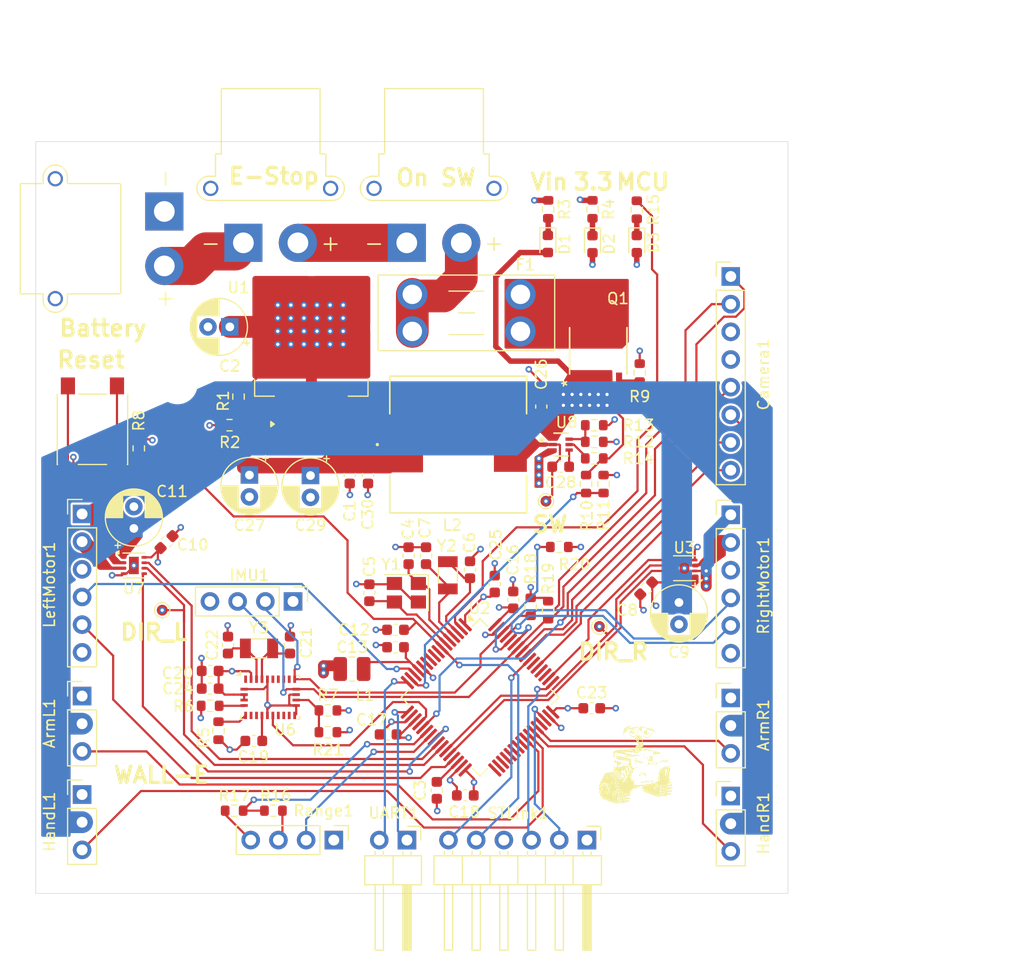
<source format=kicad_pcb>
(kicad_pcb (version 20240108) (generator "pcbnew") (generator_version "8.0")
  (title_block (title "Wall-E Motherboard") (company "Cal Poly") (comment 1 "Devon Bolt") (comment 2 "2025"))
  (layers (0 "F.Cu" signal) (1 "In1.Cu" power "GND.Cu") (2 "In2.Cu" power "3_3.Cu") (31 "B.Cu" signal) (34 "B.Paste" user) (35 "F.Paste" user) (36 "B.SilkS" user "B.Silkscreen") (37 "F.SilkS" user "F.Silkscreen") (38 "B.Mask" user) (39 "F.Mask" user) (44 "Edge.Cuts" user))
  (net 0 "")
  (net 1 "GND")
  (net 2 "5V")
  (net 3 "3.3V")
  (net 4 "Net-(U2-VCAP1)")
  (net 5 "PH0")
  (net 6 "PH1")
  (net 7 "PC14")
  (net 8 "PC15")
  (net 9 "Vin")
  (net 10 "Net-(U6-CAP)")
  (net 11 "Net-(U6-XOUT32)")
  (net 12 "Net-(U6-XIN32)")
  (net 13 "Net-(U8-BST)")
  (net 14 "Net-(D1-K)")
  (net 15 "Net-(D2-K)")
  (net 16 "Net-(SW2-B)")
  (net 17 "/Power Regulation/V_bat")
  (net 18 "Net-(U2-VDDA)")
  (net 19 "Net-(U1-ADJ)")
  (net 20 "Net-(U6-PS0)")
  (net 21 "Net-(U6-PS1)")
  (net 22 "NRST")
  (net 23 "Bat_ADC")
  (net 24 "Net-(U8-FB)")
  (net 25 "Net-(U8-EN)")
  (net 26 "Net-(SW1-B)")
  (net 27 "DIR_right")
  (net 30 "ST_SWCLK")
  (net 33 "ST_SWDIO")
  (net 35 "ENCB_right")
  (net 37 "CAM_SCLK")
  (net 39 "Trig")
  (net 42 "I2C_SDA")
  (net 43 "ST_SWO")
  (net 47 "CAM_MOSI")
  (net 48 "ST_RX")
  (net 49 "ENCA_left")
  (net 50 "Echo")
  (net 51 "L_Arm_PWM")
  (net 52 "ST_TX")
  (net 53 "R_Arm_PWM")
  (net 56 "Net-(D3-K)")
  (net 57 "I2C_SCL")
  (net 58 "ENCB_left")
  (net 59 "ENCA_right")
  (net 61 "Net-(U2-BOOT0)")
  (net 63 "DIR_left")
  (net 64 "M1_right")
  (net 65 "EN_right")
  (net 66 "M2_right")
  (net 67 "SL_right")
  (net 71 "R_Hand_PWM")
  (net 72 "L_Hand_PWM")
  (net 73 "CAM_MISO")
  (net 74 "IMU_INT")
  (net 79 "IMU_NRST")
  (net 81 "CAM_CS")
  (net 83 "Net-(U6-COM3)")
  (net 84 "M2_left")
  (net 85 "M1_left")
  (net 86 "EN_left")
  (net 87 "Net-(F1-Pad2)")
  (net 88 "SL_left")
  (net 89 "LED")
  (net 90 "/Power Regulation/buck_sw")
  (net 91 "Net-(Q1-Pad4)")
  (net 92 "Net-(Range1-Pin_3)")
  (footprint "Package_QFP:LQFP-64_10x10mm_P0.5mm" (layer "F.Cu") (at 152.75 106 -45)
    (property "Reference" "U2")
    (property "Value" "STM32F411RCTx")
  )
  (footprint "Capacitor_SMD:C_0603_1608Metric" (layer "F.Cu") (at 151.832 94.292 90)
    (property "Reference" "C6")
    (property "Value" "12p")
  )
  (footprint "Capacitor_SMD:C_0603_1608Metric" (layer "F.Cu") (at 140.8 85.598 -90)
    (property "Reference" "C1")
    (property "Value" "10u")
  )
  (footprint "Capacitor_SMD:C_0603_1608Metric" (layer "F.Cu") (at 128 105.2 180)
    (property "Reference" "C24")
    (property "Value" "0.1u")
  )
  (footprint "Capacitor_SMD:C_0603_1608Metric" (layer "F.Cu") (at 145 101.4 180)
    (property "Reference" "C13")
    (property "Value" "0.1u")
  )
  (footprint "Resistor_SMD:R_0603_1608Metric" (layer "F.Cu") (at 167.4 76.2 90)
    (property "Reference" "R9")
    (property "Value" "10k")
  )
  (footprint "Resistor_SMD:R_0603_1608Metric" (layer "F.Cu") (at 129.775 81.022 180)
    (property "Reference" "R2")
    (property "Value" "10k 1%")
  )
  (footprint "Resistor_SMD:R_0603_1608Metric" (layer "F.Cu") (at 130.2 116.4 180)
    (property "Reference" "R17")
    (property "Value" "10k")
  )
  (footprint "Resistor_SMD:R_0603_1608Metric" (layer "F.Cu") (at 162.4788 86.423 -90)
    (property "Reference" "R10")
    (property "Value" "100k")
  )
  (footprint "Capacitor_THT:CP_Radial_D5.0mm_P2.00mm" (layer "F.Cu") (at 121 90.5 90)
    (property "Reference" "C11")
    (property "Value" "22u")
  )
  (footprint "Connector_PinHeader_2.54mm:PinHeader_1x06_P2.54mm_Horizontal" (layer "F.Cu") (at 162.56 119.1 -90)
    (property "Reference" "STLink1")
    (property "Value" "Conn_01x06_Socket")
  )
  (footprint "Connector_PinHeader_2.54mm:PinHeader_1x02_P2.54mm_Horizontal" (layer "F.Cu") (at 146.05 119.1 -90)
    (property "Reference" "UART1")
    (property "Value" "Conn_01x02_Socket")
  )
  (footprint "Connector_AMASS:AMASS_XT30PW-M_1x02_P2.50mm_Horizontal" (layer "F.Cu") (at 123.7926 61.4078 90)
    (property "Reference" "J1" (hide yes))
    (property "Value" "Conn_01x02")
  )
  (footprint "Resistor_SMD:R_0603_1608Metric" (layer "F.Cu") (at 133.8 116.4)
    (property "Reference" "R16")
    (property "Value" "5k")
  )
  (footprint "Crystal:Crystal_SMD_3215-2Pin_3.2x1.5mm" (layer "F.Cu") (at 132.4773 101.5079 180)
    (property "Reference" "Y3")
    (property "Value" "32.768kHz")
  )
  (footprint "Capacitor_SMD:C_0603_1608Metric" (layer "F.Cu") (at 163 107)
    (property "Reference" "C23")
    (property "Value" "0.1u")
  )
  (footprint "Capacitor_SMD:C_0603_1608Metric" (layer "F.Cu") (at 142.6 96.4 90)
    (property "Reference" "C5")
    (property "Value" "4.3p")
  )
  (footprint "Capacitor_THT:CP_Radial_D5.0mm_P2.00mm" (layer "F.Cu") (at 171 97.294888 -90)
    (property "Reference" "C9")
    (property "Value" "22u")
  )
  (footprint "MountingHole:MountingHole_3.2mm_M3" (layer "F.Cu") (at 175.75 61.25)
    (property "Reference" "H2" (hide yes))
    (property "Value" "MountingHole")
  )
  (footprint "Resistor_SMD:R_0603_1608Metric" (layer "F.Cu") (at 159.004 61.214 90)
    (property "Reference" "R3")
    (property "Value" "60")
  )
  (footprint "Capacitor_THT:CP_Radial_D5.0mm_P2.00mm" (layer "F.Cu") (at 131.6 85.6 -90)
    (property "Reference" "C27")
    (property "Value" "22u")
  )
  (footprint "Resistor_SMD:R_0603_1608Metric" (layer "F.Cu") (at 163.2331 82.55 180)
    (property "Reference" "R12")
    (property "Value" "73.2k 1%")
  )
  (footprint "Capacitor_SMD:C_0603_1608Metric" (layer "F.Cu") (at 155.798 97.0592 90)
    (property "Reference" "C16")
    (property "Value" "0.1u")
  )
  (footprint "LED_SMD:LED_0603_1608Metric" (layer "F.Cu") (at 163.068 64.4145 -90)
    (property "Reference" "D2")
    (property "Value" "LED")
  )
  (footprint "Connector_PinHeader_2.54mm:PinHeader_1x04_P2.54mm_Vertical" (layer "F.Cu") (at 139.34 119.1 -90)
    (property "Reference" "Range1")
    (property "Value" "Conn_01x04_Socket")
  )
  (footprint "Connector_PinHeader_2.54mm:PinHeader_1x03_P2.54mm_Vertical" (layer "F.Cu") (at 116.25 105.88)
    (property "Reference" "ArmL1")
    (property "Value" "Conn_01x03_Socket")
  )
  (footprint "Resistor_SMD:R_0603_1608Metric" (layer "F.Cu") (at 159 98 -90)
    (property "Reference" "R19")
    (property "Value" "2.2k")
  )
  (footprint "Connector_PinHeader_2.54mm:PinHeader_1x03_P2.54mm_Vertical" (layer "F.Cu") (at 175.75 106.055)
    (property "Reference" "ArmR1")
    (property "Value" "Conn_01x03_Socket")
  )
  (footprint "Capacitor_SMD:C_0603_1608Metric" (layer "F.Cu") (at 160.147 84.836 180)
    (property "Reference" "C28")
    (property "Value" "0.1u")
  )
  (footprint "Capacitor_SMD:C_0603_1608Metric" (layer "F.Cu") (at 144.3172 109.4036 180)
    (property "Reference" "C17")
    (property "Value" "0.1u")
  )
  (footprint "TestPoint:TestPoint_Pad_D1.0mm" (layer "F.Cu") (at 158.8 88)
    (property "Reference" "TP3" (hide yes))
    (property "Value" "TestPoint_Small")
  )
  (footprint "TestPoint:TestPoint_Pad_D1.0mm" (layer "F.Cu") (at 123.6 98)
    (property "Reference" "TP1" (hide yes))
    (property "Value" "TestPoint_Small")
  )
  (footprint "Package_SON:WSON-8-1EP_2x2mm_P0.5mm_EP0.9x1.6mm" (layer "F.Cu") (at 171.5 94.15 180)
    (property "Reference" "U3")
    (property "Value" "DRV8838")
  )
  (footprint "Resistor_SMD:R_0603_1608Metric" (layer "F.Cu") (at 138.8 107.2)
    (property "Reference" "R7")
    (property "Value" "10k")
  )
  (footprint "Resistor_SMD:R_0603_1608Metric" (layer "F.Cu") (at 121.45 83.15 90)
    (property "Reference" "R8")
    (property "Value" "10k")
  )
  (footprint "Capacitor_SMD:C_0603_1608Metric" (layer "F.Cu") (at 132 110 180)
    (property "Reference" "C19")
    (property "Value" "0.1u")
  )
  (footprint "Capacitor_SMD:C_0603_1608Metric" (layer "F.Cu") (at 129.6325 101.2031 90)
    (property "Reference" "C22")
    (property "Value" "22p")
  )
  (footprint "Capacitor_SMD:C_0603_1608Metric" (layer "F.Cu") (at 135.3221 101.2031 90)
    (property "Reference" "C21")
    (property "Value" "22p")
  )
  (footprint "Resistor_SMD:R_0603_1608Metric" (layer "F.Cu") (at 163.068 61.214 90)
    (property "Reference" "R4")
    (property "Value" "60")
  )
  (footprint "Capacitor_SMD:C_0603_1608Metric" (layer "F.Cu") (at 148.7876 114.5344 -90)
    (property "Reference" "C3")
    (property "Value" "4.7u")
  )
  (footprint "Resistor_SMD:R_0603_1608Metric" (layer "F.Cu") (at 163.2331 81.026)
    (property "Reference" "R13")
    (property "Value" "10k 1%")
  )
  (footprint "Package_LGA:LGA-28_5.2x3.8mm_P0.5mm" (layer "F.Cu") (at 133.5 106)
    (property "Reference" "U6")
    (property "Value" "BNO055")
  )
  (footprint "MountingHole:MountingHole_3.2mm_M3" (layer "F.Cu") (at 125 77.25)
    (property "Reference" "H1" (hide yes))
    (property "Value" "MountingHole")
  )
  (footprint "Connector_PinHeader_2.54mm:PinHeader_1x03_P2.54mm_Vertical" (layer "F.Cu") (at 116.25 114.92)
    (property "Reference" "HandL1")
    (property "Value" "Conn_01x03_Socket")
  )
  (footprint "Capacitor_THT:CP_Radial_D5.0mm_P2.00mm" (layer "F.Cu") (at 129.8 72 180)
    (property "Reference" "C2")
    (property "Value" "22u")
  )
  (footprint "MountingHole:MountingHole_3.2mm_M3" (layer "F.Cu") (at 169 120)
    (property "Reference" "H4" (hide yes))
    (property "Value" "MountingHole")
  )
  (footprint "LOGO" (layer "F.Cu") (at 167 112)
    (property "Reference" "G***" (hide yes))
    (property "Value" "LOGO" (hide yes))
  )
  (footprint "Connector_PinHeader_2.54mm:PinHeader_1x04_P2.54mm_Vertical" (layer "F.Cu") (at 135.6 97.2 -90)
    (property "Reference" "IMU1")
    (property "Value" "Conn_01x04_Socket")
  )
  (footprint "Fuse:Fuseholder_Blade_Mini_Keystone_3568" (layer "F.Cu") (at 146.5402 69.0168)
    (property "Reference" "F1")
    (property "Value" "Fuse")
  )
  (footprint "Resistor_SMD:R_0603_1608Metric" (layer "F.Cu") (at 128 106.7748)
    (property "Reference" "R6")
    (property "Value" "10k")
  )
  (footprint "Wall_E_footprints:SO-8_VIS" (layer "F.Cu") (at 163.6 74.2 90)
    (property "Reference" "Q1")
    (property "Value" "SI4435FDY-T1-GE3")
  )
  (footprint "MountingHole:MountingHole_3.2mm_M3" (layer "F.Cu") (at 125 120)
    (property "Reference" "H3" (hide yes))
    (property "Value" "MountingHole")
  )
  (footprint "TestPoint:TestPoint_Pad_D1.0mm" (layer "F.Cu") (at 163.7 99.5)
    (property "Reference" "TP2" (hide yes))
    (property "Value" "TestPoint_Small")
  )
  (footprint "Capacitor_SMD:C_0603_1608Metric" (layer "F.Cu") (at 154.1 95.6 90)
    (property "Reference" "C25")
    (property "Value" "0.1u")
  )
  (footprint "Capacitor_SMD:C_0603_1608Metric" (layer "F.Cu") (at 145 99.8 180)
    (property "Reference" "C12")
    (property "Value" "0.1u")
  )
  (footprint "Resistor_SMD:R_0603_1608Metric" (layer "F.Cu") (at 138.8 109.2)
    (property "Reference" "R21")
    (property "Value" "10k")
  )
  (footprint "Resistor_SMD:R_0603_1608Metric" (layer "F.Cu") (at 130.6 78.4 -90)
    (property "Reference" "R1")
    (property "Value" "16.5k 1%")
  )
  (footprint "Connector_PinHeader_2.54mm:PinHeader_1x06_P2.54mm_Vertical" (layer "F.Cu") (at 175.75 89.25)
    (property "Reference" "RightMotor1")
    (property "Value" "Conn_01x06_Socket")
  )
  (footprint "Connector_PinHeader_2.54mm:PinHeader_1x08_P2.54mm_Vertical" (layer "F.Cu") (at 175.75 67.375)
    (property "Reference" "Camera1")
    (property "Value" "Conn_01x08_Socket")
  )
  (footprint "Resistor_SMD:R_0603_1608Metric" (layer "F.Cu") (at 163.2331 84.074 180)
    (property "Reference" "R14")
    (property "Value" "10k")
  )
  (footprint "Resistor_SMD:R_0603_1608Metric" (layer "F.Cu") (at 160.025 92.2 180)
    (property "Reference" "R20")
    (property "Value" "10k")
  )
  (footprint "Wall_E_footprints:DRL0006A-MFG" (layer "F.Cu") (at 160.1851 82.804)
    (property "Reference" "U8")
    (property "Value" "TPS561243DRLR")
  )
  (footprint "LED_SMD:LED_0603_1608Metric" (layer "F.Cu") (at 158.976 64.389 -90)
    (property "Reference" "D1")
    (property "Value" "LED")
  )
  (footprint "Capacitor_SMD:C_0603_1608Metric" (layer "F.Cu") (at 168 96 -135)
    (property "Reference" "C8")
    (property "Value" "0.1u")
  )
  (footprint "Capacitor_SMD:C_0603_1608Metric" (layer "F.Cu") (at 146.2 93 90)
    (property "Reference" "C4")
    (property "Value" "4.3p")
  )
  (footprint "Capacitor_THT:CP_Radial_D5.0mm_P2.00mm" (layer "F.Cu") (at 137.2 85.644888 -90)
    (property "Reference" "C29")
    (property "Value" "22u")
  )
  (footprint "Crystal:Crystal_SMD_3215-2Pin_3.2x1.5mm" (layer "F.Cu") (at 149.8 94.8 -90)
    (property "Reference" "Y2")
    (property "Value" "32.768kHz")
  )
  (footprint "Resistor_SMD:R_0603_1608Metric" (layer "F.Cu") (at 128.762 109.0608 90)
    (property "Reference" "R5")
    (property "Value" "10k")
  )
  (footprint "Resistor_SMD:R_0603_1608Metric" (layer "F.Cu") (at 167.132 61.2526 90)
    (property "Reference" "R15")
    (property "Value" "60")
  )
  (footprint "Button_Switch_SMD:SW_SPST_PTS645" (layer "F.Cu") (at 117.2 81.4 90)
    (property "Reference" "SW3" (hide yes))
    (property "Value" "SW_SPST")
  )
  (footprint "Connector_AMASS:AMASS_XT30PW-F_1x02_P2.50mm_Horizontal" (layer "F.Cu") (at 131.0462 64.2888)
    (property "Reference" "SW1" (hide yes))
    (property "Value" "SW_SPST")
  )
  (footprint "Capacitor_SMD:C_0603_1608Metric" (layer "F.Cu") (at 142.4762 85.598 -90)
    (property "Reference" "C30")
    (property "Value" "0.1u")
  )
  (footprint "Capacitor_SMD:C_0603_1608Metric" (layer "F.Cu") (at 158.369 79.315 90)
    (property "Reference" "C26")
    (property "Value" "2.2u")
  )
  (footprint "Capacitor_SMD:C_0603_1608Metric" (layer "F.Cu") (at 124 91.75 45)
    (property "Reference" "C10")
    (property "Value" "0.1u")
  )
  (footprint "Capacitor_SMD:C_0603_1608Metric" (layer "F.Cu") (at 147.8 93 90)
    (property "Reference" "C7")
    (property "Value" "12p")
  )
  (footprint "Wall_E_footprints:IND_IFDC5050HZER_VIS" (layer "F.Cu") (at 150.749 82.804)
    (property "Reference" "L2")
    (property "Value" "IFDC5050HZER270M")
  )
  (footprint "Resistor_SMD:R_0603_1608Metric" (layer "F.Cu") (at 164.084 86.423 90)
    (property "Reference" "R11")
    (property "Value" "10k")
  )
  (footprint "Capacitor_SMD:C_0603_1608Metric" (layer "F.Cu") (at 151.4 115 180)
    (property "Reference" "C18")
    (property "Value" "0.1u")
  )
  (footprint "Inductor_SMD:L_1008_2520Metric" (layer "F.Cu") (at 141 103.4)
    (property "Reference" "L1")
    (property "Value" "10uH")
  )
  (footprint "Capacitor_SMD:C_0603_1608Metric" (layer "F.Cu") (at 128 103.5744)
    (property "Reference" "C20")
    (property "Value" "0.1u")
  )
  (footprint "Resistor_SMD:R_0603_1608Metric" (layer "F.Cu") (at 157.3982 97.6942 -90)
    (property "Reference" "R18")
    (property "Value" "2.2k")
  )
  (footprint "LED_SMD:LED_0603_1608Metric" (layer "F.Cu") (at 167.132 64.4022 -90)
    (property "Reference" "D3")
    (property "Value" "LED")
  )
  (footprint "Connector_AMASS:AMASS_XT30PW-F_1x02_P2.50mm_Horizontal" (layer "F.Cu") (at 146.0322 64.2888)
    (property "Reference" "SW2" (hide yes))
    (property "Value" "SW_SPST")
  )
  (footprint "Package_TO_SOT_SMD:TO-263-3_TabPin2" (layer "F.Cu") (at 137.2762 73.5376 90)
    (property "Reference" "U1")
    (property "Value" "LM1085-ADJ")
  )
  (footprint "Package_SON:WSON-8-1EP_2x2mm_P0.5mm_EP0.9x1.6mm" (layer "F.Cu") (at 121 93.9)
    (property "Reference" "U7")
    (property "Value" "DRV8838")
  )
  (footprint "Crystal:Crystal_SMD_3225-4Pin_3.2x2.5mm" (layer "F.Cu") (at 146 96.4 180)
    (property "Reference" "Y1")
    (property "Value" "25MHz")
  )
  (footprint "Connector_PinHeader_2.54mm:PinHeader_1x03_P2.54mm_Vertical" (layer "F.Cu") (at 175.75 115.055)
    (property "Reference" "HandR1")
    (property "Value" "Conn_01x03_Socket")
  )
  (footprint "Connector_PinHeader_2.54mm:PinHeader_1x06_P2.54mm_Vertical" (layer "F.Cu") (at 116.25 89.17)
    (property "Reference" "LeftMotor1")
    (property "Value" "Conn_01x06_Socket")
  )
  (gr_rect (start 112 55) (end 181 124) (stroke (width 0.05)) (fill none) (layer "Edge.Cuts"))
  (gr_text "DIR_L\n" (at 119.6 100.9 0) (layer "F.SilkS") (effects (font (size 1.5 1.5) (thickness 0.3) (bold yes)) (justify left bottom)))
  (gr_text "Vin" (at 157.226 59.563 0) (layer "F.SilkS") (effects (font (size 1.5 1.5) (thickness 0.3) (bold yes)) (justify left bottom)))
  (gr_text "Reset" (at 113.8 75.9 0) (layer "F.SilkS") (effects (font (size 1.5 1.5) (thickness 0.3) (bold yes)) (justify left bottom)))
  (gr_text "DIR_R" (at 161.6 102.7 0) (layer "F.SilkS") (effects (font (size 1.5 1.5) (thickness 0.3) (bold yes)) (justify left bottom)))
  (gr_text "SW" (at 157.4 91 0) (layer "F.SilkS") (effects (font (size 1.5 1.5) (thickness 0.3) (bold yes)) (justify left bottom)))
  (gr_text "MCU" (at 165.1 59.563 0) (layer "F.SilkS") (effects (font (size 1.5 1.5) (thickness 0.3) (bold yes)) (justify left bottom)))
  (gr_text "3.3" (at 161.163 59.563 0) (layer "F.SilkS") (effects (font (size 1.5 1.5) (thickness 0.3) (bold yes)) (justify left bottom)))
  (gr_text "On SW" (at 144.907 59.182 0) (layer "F.SilkS") (effects (font (size 1.5 1.5) (thickness 0.3) (bold yes)) (justify left bottom)))
  (gr_text "E-Stop" (at 129.54 59.055 0) (layer "F.SilkS") (effects (font (size 1.5 1.5) (thickness 0.3) (bold yes)) (justify left bottom)))
  (gr_text "WALL-E" (at 119 114 0) (layer "F.SilkS") (effects (font (size 1.5 1.5) (thickness 0.3) (bold yes)) (justify left bottom)))
  (gr_text "Battery\n" (at 114 73 0) (layer "F.SilkS") (effects (font (size 1.5 1.5) (thickness 0.3) (bold yes)) (justify left bottom)))
  (segment (start 154.464734 99.75978) (end 154.464734 99.689072) (width 0.2) (layer "F.Cu") (net 1))
  (segment (start 143.81581 109.4036) (end 143.5422 109.4036) (width 0.2) (layer "F.Cu") (net 1))
  (segment (start 147.499732 103.224607) (end 148.439477 104.164352) (width 0.2) (layer "F.Cu") (net 1))
  (segment (start 150.625 115) (end 150.625 114.225) (width 0.2) (layer "F.Cu") (net 1))
  (segment (start 141.425 95.625) (end 141.4 95.6) (width 0.2) (layer "F.Cu") (net 1))
  (segment (start 158.369 78.54) (end 158.369 77.0382) (width 0.2) (layer "F.Cu") (net 1))
  (segment (start 127.225 103.5744) (end 127.225 102.425) (width 0.2) (layer "F.Cu") (net 1))
  (segment (start 142.4762 86.373) (end 142.4762 87.3938) (width 0.2) (layer "F.Cu") (net 1))
  (segment (start 114.95 77.42) (end 114.95 85.38) (width 0.2) (layer "F.Cu") (net 1))
  (segment (start 153.962248 100.262266) (end 154.464734 99.75978) (width 0.2) (layer "F.Cu") (net 1))
  (segment (start 121 93.9) (end 121 93.964386) (width 0.2) (layer "F.Cu") (net 1))
  (segment (start 144.2 101.2) (end 144.4 101.4) (width 0.2) (layer "F.Cu") (net 1))
  (segment (start 129.8 110.8) (end 130.425 110.8) (width 0.2) (layer "F.Cu") (net 1))
  (segment (start 154.1 93.7) (end 154.1 94.825) (width 0.2) (layer "F.Cu") (net 1))
  (segment (start 147.8 92.225) (end 146.2 92.225) (width 0.2) (layer "F.Cu") (net 1))
  (segment (start 130.425 110.8) (end 131.225 110) (width 0.2) (layer "F.Cu") (net 1))
  (segment (start 125.3 90.45) (end 124.548008 91.201992) (width 0.2) (layer "F.Cu") (net 1))
  (segment (start 155.798 96.2842) (end 155.798 95.2278) (width 0.2) (layer "F.Cu") (net 1))
  (segment (start 133.25 107.6625) (end 133.25 107.098) (width 0.2) (layer "F.Cu") (net 1))
  (segment (start 128.8858 109.8858) (end 129.8 110.8) (width 0.2) (layer "F.Cu") (net 1))
  (segment (start 153.234806 100.262266) (end 153.962248 100.262266) (width 0.2) (layer "F.Cu") (net 1))
  (segment (start 146.7 97.25) (end 147.1 97.25) (width 0.2) (layer "F.Cu") (net 1))
  (segment (start 150 113.346194) (end 150 113.6) (width 0.2) (layer "F.Cu") (net 1))
  (segment (start 128.762 109.8858) (end 128.8858 109.8858) (width 0.2) (layer "F.Cu") (net 1))
  (segment (start 144.622 108.3238) (end 143.5422 109.4036) (width 0.2) (layer "F.Cu") (net 1))
  (segment (start 163.068 60.389) (end 161.989 60.389) (width 0.5) (layer "F.Cu") (net 1))
  (segment (start 144.825 95.625) (end 144.9 95.55) (width 0.2) (layer "F.Cu") (net 1))
  (segment (start 135.323 105.75) (end 135.25 105.823) (width 0.2) (layer "F.Cu") (net 1))
  (segment (start 133.598 106.75) (end 135.8875 106.75) (width 0.2) (layer "F.Cu") (net 1))
  (segment (start 133.25 107.098) (end 133.598 106.75) (width 0.2) (layer "F.Cu") (net 1))
  (segment (start 146.175 92.2) (end 146.2 92.225) (width 0.2) (layer "F.Cu") (net 1))
  (segment (start 119.900001 94.8) (end 120.05 94.650001) (width 0.2) (layer "F.Cu") (net 1))
  (segment (start 127.225 102.425) (end 127.2 102.4) (width 0.2) (layer "F.Cu") (net 1))
  (segment (start 167.4 74.2) (end 167.4 75.375) (width 0.2) (layer "F.Cu") (net 1))
  (segment (start 119 94.8) (end 119.900001 94.8) (width 0.2) (layer "F.Cu") (net 1))
  (segment (start 146.439072 107.714734) (end 145.868148 108.285658) (width 0.2) (layer "F.Cu") (net 1))
  (segment (start 135.25 106.6) (end 135.4 106.75) (width 0.2) (layer "F.Cu") (net 1))
  (segment (start 143.2 99.8) (end 144.225 99.8) (width 0.2) (layer "F.Cu") (net 1))
  (segment (start 151.035266 112.310928) (end 150 113.346194) (width 0.2) (layer "F.Cu") (net 1))
  (segment (start 135.4 106.75) (end 135.8875 106.75) (width 0.2) (layer "F.Cu") (net 1))
  (segment (start 157.735 60.389) (end 157.734 60.388) (width 0.2) (layer "F.Cu") (net 1))
  (segment (start 115.45 84.88) (end 114.95 85.38) (width 0.2) (layer "F.Cu") (net 1))
  (segment (start 131.1125 105.25) (end 132.902 105.25) (width 0.2) (layer "F.Cu") (net 1))
  (segment (start 160.146194 108.8) (end 159.060928 107.714734) (width 0.2) (layer "F.Cu") (net 1))
  (segment (start 129.6 100.3956) (end 129.6325 100.4281) (width 0.2) (layer "F.Cu") (net 1))
  (segment (start 125.3 90.4) (end 125.3 90.45) (width 0.2) (layer "F.Cu") (net 1))
  (segment (start 132.902 105.25) (end 133.25 104.902) (width 0.2) (layer "F.Cu") (net 1))
  (segment (start 142.4762 87.3938) (end 142.4432 87.4268) (width 0.2) (layer "F.Cu") (net 1))
  (segment (start 152.8 92.4) (end 151.832 93.368) (width 0.2) (layer "F.Cu") (net 1))
  (segment (start 120.314385 94.650001) (end 120.05 94.650001) (width 0.2) (layer "F.Cu") (net 1))
  (segment (start 140.8 86.373) (end 140.8 87.409) (width 0.2) (layer "F.Cu") (net 1))
  (segment (start 172.185614 93.4) (end 171.5 94.085614) (width 0.2) (layer "F.Cu") (net 1))
  (segment (start 172.45 92.45) (end 172.45 93.4) (width 0.2) (layer "F.Cu") (net 1))
  (segment (start 165.3032 85.598) (end 164.084 85.598) (width 0.2) (layer "F.Cu") (net 1))
  (segment (start 150.625 114.225) (end 150 113.6) (width 0.2) (layer "F.Cu") (net 1))
  (segment (start 133.25 107.6625) (end 133.25 104.3375) (width 0.2) (layer "F.Cu") (net 1))
  (segment (start 167.451992 96.548008) (end 167.451992 97.701992) (width 0.2) (layer "F.Cu") (net 1))
  (segment (start 144.622 108.2352) (end 144.622 108.3238) (width 0.2) (layer "F.Cu") (net 1))
  (segment (start 155.798 95.2278) (end 155.7606 95.1904) (width 0.2) (layer "F.Cu") (net 1))
  (segment (start 163.775 107) (end 163.775 107.2) (width 0.2) (layer "F.Cu") (net 1))
  (segment (start 142.6 95.625) (end 144.825 95.625) (width 0.2) (layer "F.Cu") (net 1))
  (segment (start 127.175 106.7748) (end 127.175 107.8538) (width 0.2) (layer "F.Cu") (net 1))
  (segment (start 161.989 60.389) (end 161.925 60.325) (width 0.2) (layer "F.Cu") (net 1))
  (segment (start 129.6 99.4) (end 129.6 100.3956) (width 0.2) (layer "F.Cu") (net 1))
  (segment (start 144.9 95.55) (end 145 95.55) (width 0.2) (layer "F.Cu") (net 1))
  (segment (start 171.5 94.085614) (end 171.5 94.15) (width 0.2) (layer "F.Cu") (net 1))
  (segment (start 145 92.2) (end 146.175 92.2) (width 0.2) (layer "F.Cu") (net 1))
  (segment (start 144.672458 108.285658) (end 144.622 108.2352) (width 0.2) (layer "F.Cu") (net 1))
  (segment (start 159.004 60.389) (end 157.735 60.389) (width 0.5) (layer "F.Cu") (net 1))
  (segment (start 148.7876 116.3874) (end 148.8276 116.4274) (width 0.2) (layer "F.Cu") (net 1))
  (segment (start 128.95 81.022) (end 127.964 81.022001) (width 0.2) (layer "F.Cu") (net 1))
  (segment (start 158.369 77.0382) (end 157.226 75.8952) (width 0.2) (layer "F.Cu") (net 1))
  (segment (start 133.25 106.7) (end 133.25 107.098) (width 0.2) (layer "F.Cu") (net 1))
  (segment (start 167.451992 97.701992) (end 167.75 98) (width 0.2) (layer "F.Cu") (net 1))
  (segment (start 148.7876 115.266989) (end 148.7876 115.3094) (width 0.2) (layer "F.Cu") (net 1))
  (segment (start 139.625 107.2) (end 140.7 107.2) (width 0.2) (layer "F.Cu") (net 1))
  (segment (start 135.8875 106.75) (end 135.8875 107.525) (width 0.2) (layer "F.Cu") (net 1))
  (segment (start 164.574 81.026) (end 165.1 80.5) (width 0.2) (layer "F.Cu") (net 1))
  (segment (start 127.225 105.2) (end 127.225 103.5744) (width 0.2) (layer "F.Cu") (net 1))
  (segment (start 129.375 116.755) (end 131.72 119.1) (width 0.2) (layer "F.Cu") (net 1))
  (segment (start 135.25 105.823) (end 135.25 106.6) (width 0.2) (layer "F.Cu") (net 1))
  (segment (start 172.7 92.2) (end 172.45 92.45) (width 0.2) (layer "F.Cu") (net 1))
  (segment (start 115.45 83.95) (end 115.45 84.88) (width 0.2) (layer "F.Cu") (net 1))
  (segment (start 164.0581 81.026) (end 164.574 81.026) (width 0.2) (layer "F.Cu") (net 1))
  (segment (start 127.175 107.8538) (end 127.1364 107.8924) (width 0.2) (layer "F.Cu") (net 1))
  (segment (start 143.2 101.2) (end 144.2 101.2) (width 0.2) (layer "F.Cu") (net 1))
  (segment (start 135.8875 105.75) (end 135.323 105.75) (width 0.2) (layer "F.Cu") (net 1))
  (segment (start 135.4 99.4) (end 135.3221 99.4779) (width 0.2) (layer "F.Cu") (net 1))
  (segment (start 151.832 93.368) (end 151.832 93.517) (width 0.2) (layer "F.Cu") (net 1))
  (segment (start 135.8875 107.525) (end 135.75 107.6625) (width 0.2) (layer "F.Cu") (net 1))
  (segment (start 172.45 93.4) (end 172.185614 93.4) (width 0.2) (layer "F.Cu") (net 1))
  (segment (start 145.868148 108.285658) (end 144.672458 108.285658) (width 0.2) (layer "F.Cu") (net 1))
  (segment (start 165.2 107) (end 163.775 107) (width 0.2) (layer "F.Cu") (net 1))
  (segment (start 121 93.964386) (end 120.314385 94.650001) (width 0.2) (layer "F.Cu") (net 1))
  (segment (start 135.3221 99.4779) (end 135.3221 100.4281) (width 0.2) (layer "F.Cu") (net 1))
  (segment (start 129.375 116.4) (end 129.375 116.755) (width 0.2) (layer "F.Cu") (net 1))
  (segment (start 142.6 95.625) (end 141.425 95.625) (width 0.2) (layer "F.Cu") (net 1))
  (segment (start 148.439477 104.164352) (end 148.439477 104.20395) (width 0.2) (layer "F.Cu") (net 1))
  (segment (start 160.2 108.8) (end 160.146194 108.8) (width 0.2) (layer "F.Cu") (net 1))
  (segment (start 148.7876 115.3094) (end 148.7876 116.3874) (width 0.2) (layer "F.Cu") (net 1))
  (segment (start 160.85 92.2) (end 162 92.2) (width 0.2) (layer "F.Cu") (net 1))
  (segment (start 133.25 104.902) (end 133.25 104.3375) (width 0.2) (layer "F.Cu") (net 1))
  (segment (start 145 95.55) (end 146.7 97.25) (width 0.2) (layer "F.Cu") (net 1))
  (via (at 127.9462 81.039801) (size 0.6) (drill 0.3) (layers "F.Cu" "B.Cu") (net 1))
  (via (at 171.5 94.15) (size 0.6) (drill 0.3) (layers "F.Cu" "B.Cu") (net 1))
  (via (at 135.4 99.4) (size 0.6) (drill 0.3) (layers "F.Cu" "B.Cu") (net 1))
  (via (at 127.1364 107.8924) (size 0.6) (drill 0.3) (layers "F.Cu" "B.Cu") (net 1))
  (via (at 155.7606 95.1904) (size 0.6) (drill 0.3) (layers "F.Cu" "B.Cu") (net 1))
  (via (at 119 94.8) (size 0.6) (drill 0.3) (layers "F.Cu" "B.Cu") (net 1))
  (via (at 161.925 60.325) (size 0.6) (drill 0.3) (layers "F.Cu" "B.Cu") (net 1))
  (via (at 129.8 110.8) (size 0.6) (drill 0.3) (layers "F.Cu" "B.Cu") (net 1))
  (via (at 142.4432 87.4268) (size 0.6) (drill 0.3) (layers "F.Cu" "B.Cu") (net 1))
  (via (at 143.2 99.8) (size 0.6) (drill 0.3) (layers "F.Cu" "B.Cu") (net 1))
  (via (at 167.4 74.2) (size 0.6) (drill 0.3) (layers "F.Cu" "B.Cu") (net 1))
  (via (at 121 93.9) (size 0.6) (drill 0.3) (layers "F.Cu" "B.Cu") (net 1))
  (via (at 125.3 90.4) (size 0.6) (drill 0.3) (layers "F.Cu" "B.Cu") (net 1))
  (via (at 144.622 108.2352) (size 0.6) (drill 0.3) (layers "F.Cu" "B.Cu") (net 1))
  (via (at 158.1531 85.598) (size 0.6) (drill 0.3) (layers "F.Cu" "B.Cu") (net 1))
  (via (at 143.2 101.2) (size 0.6) (drill 0.3) (layers "F.Cu" "B.Cu") (net 1))
  (via (at 160.2 108.8) (size 0.6) (drill 0.3) (layers "F.Cu" "B.Cu") (net 1))
  (via (at 165.2 107) (size 0.6) (drill 0.3) (layers "F.Cu" "B.Cu") (net 1))
  (via (at 148.439477 104.20395) (size 0.6) (drill 0.3) (layers "F.Cu" "B.Cu") (net 1))
  (via (at 150 113.6) (size 0.6) (drill 0.3) (layers "F.Cu" "B.Cu") (net 1))
  (via (at 162 92.2) (size 0.6) (drill 0.3) (layers "F.Cu" "B.Cu") (net 1))
  (via (at 167.75 98) (size 0.6) (drill 0.3) (layers "F.Cu" "B.Cu") (net 1))
  (via (at 115.45 83.95) (size 0.6) (drill 0.3) (layers "F.Cu" "B.Cu") (net 1))
  (via (at 154.1 93.7) (size 0.6) (drill 0.3) (layers "F.Cu" "B.Cu") (net 1))
  (via (at 157.226 75.8952) (size 0.6) (drill 0.3) (layers "F.Cu" "B.Cu") (net 1))
  (via (at 127.2 102.4) (size 0.6) (drill 0.3) (layers "F.Cu" "B.Cu") (net 1))
  (via (at 148.8276 116.4274) (size 0.6) (drill 0.3) (layers "F.Cu" "B.Cu") (net 1))
  (via (at 140.7 107.2) (size 0.6) (drill 0.3) (layers "F.Cu" "B.Cu") (net 1))
  (via (at 152.8 92.4) (size 0.6) (drill 0.3) (layers "F.Cu" "B.Cu") (net 1))
  (via (at 165.1 80.5) (size 0.6) (drill 0.3) (layers "F.Cu" "B.Cu") (net 1))
  (via (at 165.3032 85.598) (size 0.6) (drill 0.3) (layers "F.Cu" "B.Cu") (net 1))
  (via (at 172.7 92.2) (size 0.6) (drill 0.3) (layers "F.Cu" "B.Cu") (net 1))
  (via (at 157.734 60.388) (size 0.6) (drill 0.3) (layers "F.Cu" "B.Cu") (net 1))
  (via (at 145 92.2) (size 0.6) (drill 0.3) (layers "F.Cu" "B.Cu") (net 1))
  (via (at 153.234806 100.262266) (size 0.6) (drill 0.3) (layers "F.Cu" "B.Cu") (net 1))
  (via (at 141.4 95.6) (size 0.6) (drill 0.3) (layers "F.Cu" "B.Cu") (net 1))
  (via (at 158.1531 84.074) (size 0.6) (drill 0.3) (layers "F.Cu" "B.Cu") (net 1))
  (via (at 129.6 99.4) (size 0.6) (drill 0.3) (layers "F.Cu" "B.Cu") (net 1))
  (via (at 133.25 106.7) (size 0.6) (drill 0.3) (layers "F.Cu" "B.Cu") (net 1))
  (via (at 158.1531 84.836) (size 0.6) (drill 0.3) (layers "F.Cu" "B.Cu") (net 1))
  (via (at 158.1531 86.36) (size 0.6) (drill 0.3) (layers "F.Cu" "B.Cu") (net 1))
  (via (at 140.8178 87.4268) (size 0.6) (drill 0.3) (layers "F.Cu" "B.Cu") (net 1))
  (segment (start 164.0581 82.55) (end 165.2651 82.55) (width 0.2) (layer "F.Cu") (net 2))
  (via (at 165.2651 82.55) (size 0.6) (drill 0.3) (layers "F.Cu" "B.Cu") (net 2))
  (segment (start 156.112 98.1482) (end 155.798 97.8342) (width 0.2) (layer "F.Cu") (net 3))
  (segment (start 146.2 109.7) (end 145.3886 109.7) (width 0.2) (layer "F.Cu") (net 3))
  (segment (start 123.2 93.6) (end 123.2 92.55) (width 0.2) (layer "F.Cu") (net 3))
  (segment (start 137.287 81.213) (end 137.287 72.063) (width 1) (layer "F.Cu") (net 3))
  (segment (start 145.0922 109.4036) (end 145.457312 109.4036) (width 0.2) (layer "F.Cu") (net 3))
  (segment (start 128.8006 103.6) (end 128.775 103.5744) (width 0.2) (layer "F.Cu") (net 3))
  (segment (start 158.6942 96.8692) (end 159 97.175) (width 0.2) (layer "F.Cu") (net 3))
  (segment (start 122.625 82.325) (end 122.7 82.4) (width 0.2) (layer "F.Cu") (net 3))
  (segment (start 152.2 113.475662) (end 151.388819 112.664481) (width 0.2) (layer "F.Cu") (net 3))
  (segment (start 131.577 103.6) (end 128.8006 103.6) (width 0.2) (layer "F.Cu") (net 3))
  (segment (start 138.394867 103.1044) (end 138.394867 103.7648) (width 1) (layer "F.Cu") (net 3))
  (segment (start 131.75 104.3375) (end 131.75 103.773) (width 0.2) (layer "F.Cu") (net 3))
  (segment (start 157.3982 96.8692) (end 158.6942 96.8692) (width 0.2) (layer "F.Cu") (net 3))
  (segment (start 130.1284 105.75) (end 131.1125 105.75) (width 0.2) (layer "F.Cu") (net 3))
  (segment (start 157.4 96.8674) (end 157.3982 96.8692) (width 0.2) (layer "F.Cu") (net 3))
  (segment (start 131.1125 106.25) (end 131.1125 105.75) (width 0.2) (layer "F.Cu") (net 3))
  (segment (start 130 103.6) (end 131.577 103.6) (width 0.2) (layer "F.Cu") (net 3))
  (segment (start 134.2 72) (end 129.8 72) (width 2) (layer "F.Cu") (net 3))
  (segment (start 167.132 66.294) (end 167.132 65.189701) (width 0.5) (layer "F.Cu") (net 3))
  (segment (start 168.9 97.6) (end 168.548008 97.248008) (width 0.2) (layer "F.Cu") (net 3))
  (segment (start 159.775662 107) (end 159.414481 107.361181) (width 0.2) (layer "F.Cu") (net 3))
  (segment (start 153.074265 96.774265) (end 151.388819 98.459711) (width 0.2) (layer "F.Cu") (net 3))
  (segment (start 154.111181 99.335519) (end 155.6125 97.8342) (width 0.2) (layer "F.Cu") (net 3))
  (segment (start 168.548008 95.451992) (end 169.998008 95.451992) (width 0.2) (layer "F.Cu") (net 3))
  (segment (start 123.2 92.55) (end 123.451992 92.298008) (width 0.2) (layer "F.Cu") (net 3))
  (segment (start 168.548008 97.248008) (end 168.548008 95.451992) (width 0.2) (layer "F.Cu") (net 3))
  (segment (start 155.7138 97.75) (end 155.798 97.8342) (width 0.2) (layer "F.Cu") (net 3))
  (segment (start 153.700735 96.774265) (end 154.1 96.375) (width 0.2) (layer "F.Cu") (net 3))
  (segment (start 121.45 82.325) (end 122.625 82.325) (width 0.2) (layer "F.Cu") (net 3))
  (segment (start 153.074265 96.774265) (end 153.700735 96.774265) (width 0.2) (layer "F.Cu") (net 3))
  (segment (start 155.6125 97.8342) (end 155.798 97.8342) (width 0.2) (layer "F.Cu") (net 3))
  (segment (start 128.775 105.2) (end 128.775 103.5744) (width 0.2) (layer "F.Cu") (net 3))
  (segment (start 157.4 95.9) (end 157.4 96.8674) (width 0.2) (layer "F.Cu") (net 3))
  (segment (start 128.775 105.2) (end 129.325 105.75) (width 0.2) (layer "F.Cu") (net 3))
  (segment (start 162.992 65.278) (end 163.068 65.202001) (width 0.2) (layer "F.Cu") (net 3))
  (segment (start 129.325 105.75) (end 130.2 105.75) (width 0.2) (layer "F.Cu") (net 3))
  (segment (start 121.95 93.149999) (end 122.600001 93.149999) (width 0.2) (layer "F.Cu") (net 3))
  (segment (start 145.3886 109.7) (end 145.0922 109.4036) (width 0.2) (layer "F.Cu") (net 3))
  (segment (start 154.5 97.75) (end 155.7138 97.75) (width 0.2) (layer "F.Cu") (net 3))
  (segment (start 145.457312 109.4036) (end 146.792625 108.068287) (width 0.2) (layer "F.Cu") (net 3))
  (segment (start 131.75 103.773) (end 131.577 103.6) (width 0.2) (layer "F.Cu") (net 3))
  (segment (start 131.3888 77.575) (end 134.5012 74.4626) (width 0.2) (layer "F.Cu") (net 3))
  (segment (start 137.287 81.213) (end 137.287 82.9002) (width 0.2) (layer "F.Cu") (net 3))
  (segment (start 122.600001 93.149999) (end 123.451992 92.298008) (width 0.2) (layer "F.Cu") (net 3))
  (segment (start 152.175 113.825) (end 152.175 115) (width 0.2) (layer "F.Cu") (net 3))
  (segment (start 163.068 66.294) (end 163.068 65.202001) (width 0.5) (layer "F.Cu") (net 3))
  (segment (start 140.6 109.2) (end 140.8 109) (width 0.2) (layer "F.Cu") (net 3))
  (segment (start 130.6 77.575) (end 131.3888 77.575) (width 0.2) (layer "F.Cu") (net 3))
  (segment (start 138.394867 103.1044) (end 139.58522 103.1044) (width 1) (layer "F.Cu") (net 3))
  (segment (start 152.2 113.8) (end 152.2 113.475662) (width 0.2) (layer "F.Cu") (net 3))
  (segment (start 139.625 109.2) (end 140.6 109.2) (width 0.2) (layer "F.Cu") (net 3))
  (segment (start 160.8 107) (end 162.225 107) (width 0.2) (layer "F.Cu") (net 3))
  (segment (start 151.388819 98.459711) (end 151.388819 99.335519) (width 0.2) (layer "F.Cu") (net 3))
  (segment (start 160.8 107) (end 159.775662 107) (width 0.2) (layer "F.Cu") (net 3))
  (segment (start 169.998008 95.451992) (end 170.55 94.9) (width 0.2) (layer "F.Cu") (net 3))
  (segment (start 135.8 70.4) (end 134.2 72) (width 2) (layer "F.Cu") (net 3))
  (segment (start 152.2 113.8) (end 152.175 113.825) (width 0.2) (layer "F.Cu") (net 3))
  (via (at 130 103.6) (size 0.6) (drill 0.3) (layers "F.Cu" "B.Cu") (net 3))
  (via (at 135.4 71.2) (size 0.6) (drill 0.3) (layers "F.Cu" "B.Cu") (net 3))
  (via (at 139 70) (size 0.6) (drill 0.3) (layers "F.Cu" "B.Cu") (net 3))
  (via (at 134.2 72.4) (size 0.6) (drill 0.3) (layers "F.Cu" "B.Cu") (net 3))
  (via (at 136.6 71.2) (size 0.6) (drill 0.3) (layers "F.Cu" "B.Cu") (net 3))
  (via (at 137.8 72.4) (size 0.6) (drill 0.3) (layers "F.Cu" "B.Cu") (net 3))
  (via (at 139 71.2) (size 0.6) (drill 0.3) (layers "F.Cu" "B.Cu") (net 3))
  (via (at 152.2 113.8) (size 0.6) (drill 0.3) (layers "F.Cu" "B.Cu") (net 3))
  (via (at 168.9 97.6) (size 0.6) (drill 0.3) (layers "F.Cu" "B.Cu") (net 3))
  (via (at 137.8 70) (size 0.6) (drill 0.3) (layers "F.Cu" "B.Cu") (net 3))
  (via (at 122.7 82.4) (size 0.6) (drill 0.3) (layers "F.Cu" "B.Cu") (net 3))
  (via (at 140.2 70) (size 0.6) (drill 0.3) (layers "F.Cu" "B.Cu") (net 3))
  (via (at 138.999999 73.6) (size 0.6) (drill 0.3) (layers "F.Cu" "B.Cu") (net 3))
  (via (at 146.2 109.7) (size 0.6) (drill 0.3) (layers "F.Cu" "B.Cu") (net 3))
  (via (at 140.2 72.4) (size 0.6) (drill 0.3) (layers "F.Cu" "B.Cu") (net 3))
  (via (at 140.2 73.599999) (size 0.6) (drill 0.3) (layers "F.Cu" "B.Cu") (net 3))
  (via (at 136.6 73.6) (size 0.6) (drill 0.3) (layers "F.Cu" "B.Cu") (net 3))
  (via (at 134.2 71.2) (size 0.6) (drill 0.3) (layers "F.Cu" "B.Cu") (net 3))
  (via (at 134.2 73.6) (size 0.6) (drill 0.3) (layers "F.Cu" "B.Cu") (net 3))
  (via (at 138.394867 103.7648) (size 0.6) (drill 0.3) (layers "F.Cu" "B.Cu") (net 3))
  (via (at 157.4 95.9) (size 0.6) (drill 0.3) (layers "F.Cu" "B.Cu") (net 3))
  (via (at 154.5 97.75) (size 0.6) (drill 0.3) (layers "F.Cu" "B.Cu") (net 3))
  (via (at 160.8 107) (size 0.6) (drill 0.3) (layers "F.Cu" "B.Cu") (net 3))
  (via (at 137.8 73.6) (size 0.6) (drill 0.3) (layers "F.Cu" "B.Cu") (net 3))
  (via (at 135.4 73.6) (size 0.6) (drill 0.3) (layers "F.Cu" "B.Cu") (net 3))
  (via (at 137.8 71.2) (size 0.6) (drill 0.3) (layers "F.Cu" "B.Cu") (net 3))
  (via (at 163.068 66.294) (size 0.6) (drill 0.3) (layers "F.Cu" "B.Cu") (net 3))
  (via (at 135.4 72.4) (size 0.6) (drill 0.3) (layers "F.Cu" "B.Cu") (net 3))
  (via (at 140.2 71.2) (size 0.6) (drill 0.3) (layers "F.Cu" "B.Cu") (net 3))
  (via (at 139 72.4) (size 0.6) (drill 0.3) (layers "F.Cu" "B.Cu") (net 3))
  (via (at 123.2 93.6) (size 0.6) (drill 0.3) (layers "F.Cu" "B.Cu") (net 3))
  (via (at 136.6 72.4) (size 0.6) (drill 0.3) (layers "F.Cu" "B.Cu") (net 3))
  (via (at 136.6 70) (size 0.6) (drill 0.3) (layers "F.Cu" "B.Cu") (net 3))
  (via (at 134.2 70) (size 0.6) (drill 0.3) (layers "F.Cu" "B.Cu") (net 3))
  (via (at 153.074265 96.774265) (size 0.6) (drill 0.3) (layers "F.Cu" "B.Cu") (net 3))
  (via (at 167.132 66.294) (size 0.6) (drill 0.3) (layers "F.Cu" "B.Cu") (net 3))
  (via (at 140.8 109) (size 0.6) (drill 0.3) (layers "F.Cu" "B.Cu") (net 3))
  (via (at 135.4 70) (size 0.6) (drill 0.3) (layers "F.Cu" "B.Cu") (net 3))
  (via (at 138.394867 103.1044) (size 0.6) (drill 0.3) (layers "F.Cu" "B.Cu") (net 3))
  (segment (start 148.879688 113.7594) (end 148.7876 113.7594) (width 0.2) (layer "F.Cu") (net 4))
  (segment (start 150.681713 111.957375) (end 148.879688 113.7594) (width 0.2) (layer "F.Cu") (net 4))
  (segment (start 147.55 95.55) (end 147.1 95.55) (width 0.2) (layer "F.Cu") (net 5))
  (segment (start 148.1 98.875126) (end 148.1 96.1) (width 0.2) (layer "F.Cu") (net 5))
  (segment (start 146.2 94.65) (end 147.1 95.55) (width 0.2) (layer "F.Cu") (net 5))
  (segment (start 146.2 93.775) (end 146.2 94.65) (width 0.2) (layer "F.Cu") (net 5))
  (segment (start 148.1 96.1) (end 147.55 95.55) (width 0.2) (layer "F.Cu") (net 5))
  (segment (start 149.974606 100.749732) (end 148.1 98.875126) (width 0.2) (layer "F.Cu") (net 5))
  (segment (start 144.9 97.25) (end 144.65 97.25) (width 0.2) (layer "F.Cu") (net 6))
  (segment (start 144.65 97.25) (end 144.575 97.175) (width 0.2) (layer "F.Cu") (net 6))
  (segment (start 149.621052 101.103286) (end 146.917766 98.4) (width 0.2) (layer "F.Cu") (net 6))
  (segment (start 144.575 97.175) (end 142.6 97.175) (width 0.2) (layer "F.Cu") (net 6))
  (segment (start 146.917766 98.4) (end 146.05 98.4) (width 0.2) (layer "F.Cu") (net 6))
  (segment (start 146.05 98.4) (end 144.9 97.25) (width 0.2) (layer "F.Cu") (net 6))
  (segment (start 151.832 95.067) (end 151.316999 95.067) (width 0.2) (layer "F.Cu") (net 7))
  (segment (start 151.832 96.368) (end 151.832 95.067) (width 0.2) (layer "F.Cu") (net 7))
  (segment (start 150.681713 100.042625) (end 149.6512 99.012112) (width 0.2) (layer "F.Cu") (net 7))
  (segment (start 149.6512 99.012112) (end 149.6512 98.5488) (width 0.2) (layer "F.Cu") (net 7))
  (segment (start 151.316999 95.067) (end 149.8 93.550001) (width 0.2) (layer "F.Cu") (net 7))
  (segment (start 149.6512 98.5488) (end 151.832 96.368) (width 0.2) (layer "F.Cu") (net 7))
  (segment (start 149.8 96.049999) (end 149.8 95.775) (width 0.2) (layer "F.Cu") (net 8))
  (segment (start 150.328159 100.396179) (end 149.005133 99.073153) (width 0.2) (layer "F.Cu") (net 8))
  (segment (start 149.8 96.049999) (end 149.8 96.514152) (width 0.2) (layer "F.Cu") (net 8))
  (segment (start 149.005133 99.073153) (end 149.005133 97.309019) (width 0.2) (layer "F.Cu") (net 8))
  (segment (start 149.8 95.775) (end 147.8 93.775) (width 0.2) (layer "F.Cu") (net 8))
  (segment (start 149.8 96.514152) (end 149.005133 97.309019) (width 0.2) (layer "F.Cu") (net 8))
  (segment (start 164.0581 84.074) (end 164.0028 84.074) (width 0.2) (layer "F.Cu") (net 9))
  (segment (start 158.976 65.1765) (end 156.4235 65.1765) (width 0.5) (layer "F.Cu") (net 9))
  (segment (start 154.2 73.8) (end 155.5452 75.1452) (width 0.5) (layer "F.Cu") (net 9))
  (segment (start 164.648529 79.2) (end 164.45 79.2) (width 0.2) (layer "F.Cu") (net 9))
  (segment (start 165.8651 82.798529) (end 165.8651 80.416571) (width 0.2) (layer "F.Cu") (net 9))
  (segment (start 156.4235 65.1765) (end 154.2 67.4) (width 0.5) (layer "F.Cu") (net 9))
  (segment (start 165.8651 80.416571) (end 164.648529 79.2) (width 0.2) (layer "F.Cu") (net 9))
  (segment (start 164.0028 84.074) (end 162.4788 85.598) (width 0.2) (layer "F.Cu") (net 9))
  (segment (start 164.0581 84.074) (end 164.589629 84.074) (width 0.2) (layer "F.Cu") (net 9))
  (segment (start 164.589629 84.074) (end 165.8651 82.798529) (width 0.2) (layer "F.Cu") (net 9))
  (segment (start 159.916051 75.1452) (end 161.695001 76.92415) (width 0.5) (layer "F.Cu") (net 9))
  (segment (start 154.2 67.4) (end 154.2 73.8) (width 0.5) (layer "F.Cu") (net 9))
  (segment (start 155.5452 75.1452) (end 159.916051 75.1452) (width 0.5) (layer "F.Cu") (net 9))
  (via (at 161.2 79.2) (size 0.6) (drill 0.3) (layers "F.Cu" "B.Cu") (net 9))
  (via (at 164.4 79.2) (size 0.6) (drill 0.3) (layers "F.Cu" "B.Cu") (net 9))
  (via (at 163.6 79.2) (size 0.6) (drill 0.3) (layers "F.Cu" "B.Cu") (net 9))
  (via (at 160.4 78.2) (size 0.6) (drill 0.3) (layers "F.Cu" "B.Cu") (net 9))
  (via (at 162 79.2) (size 0.6) (drill 0.3) (layers "F.Cu" "B.Cu") (net 9))
  (via (at 162.8 79.2) (size 0.6) (drill 0.3) (layers "F.Cu" "B.Cu") (net 9))
  (via (at 164.4 78.2) (size 0.6) (drill 0.3) (layers "F.Cu" "B.Cu") (net 9))
  (via (at 162 78.2) (size 0.6) (drill 0.3) (layers "F.Cu" "B.Cu") (net 9))
  (via (at 160.4 79.2) (size 0.6) (drill 0.3) (layers "F.Cu" "B.Cu") (net 9))
  (via (at 162.8 78.2) (size 0.6) (drill 0.3) (layers "F.Cu" "B.Cu") (net 9))
  (via (at 163.6 78.2) (size 0.6) (drill 0.3) (layers "F.Cu" "B.Cu") (net 9))
  (via (at 161.2 78.2) (size 0.6) (drill 0.3) (layers "F.Cu" "B.Cu") (net 9))
  (segment (start 115.047919 108.42) (end 115.027919 108.4) (width 2) (layer "B.Cu") (net 9))
  (segment (start 116.25 117.46) (end 113.86 117.46) (width 2) (layer "B.Cu") (net 9))
  (segment (start 177.805 117.595) (end 178.4 117) (width 2) (layer "B.Cu") (net 9))
  (segment (start 115.027919 108.4) (end 113.8 108.4) (width 2) (layer "B.Cu") (net 9))
  (segment (start 116.25 108.42) (end 115.047919 108.42) (width 2) (layer "B.Cu") (net 9))
  (segment (start 175.75 117.595) (end 177.805 117.595) (width 2) (layer "B.Cu") (net 9))
  (segment (start 175.75 108.595) (end 177.605 108.595) (width 2) (layer "B.Cu") (net 9))
  (segment (start 132.75 107.6625) (end 132.75 109.975) (width 0.2) (layer "F.Cu") (net 10))
  (segment (start 132.75 109.975) (end 132.775 110) (width 0.2) (layer "F.Cu") (net 10))
  (segment (start 134.197499 101.9781) (end 133.727299 101.5079) (width 0.2) (layer "F.Cu") (net 11))
  (segment (start 133.727299 101.527901) (end 132.75 102.5052) (width 0.2) (layer "F.Cu") (net 11))
  (segment (start 132.75 102.5052) (end 132.75 104.3375) (width 0.2) (layer "F.Cu") (net 11))
  (segment (start 133.727299 101.5079) (end 133.727299 101.527901) (width 0.2) (layer "F.Cu") (net 11))
  (segment (start 135.3221 101.9781) (end 134.197499 101.9781) (width 0.2) (layer "F.Cu") (net 11))
  (segment (start 130.1027 101.5079) (end 129.6325 101.9781) (width 0.2) (layer "F.Cu") (net 12))
  (segment (start 132.25 102.530599) (end 132.25 104.3375) (width 0.2) (layer "F.Cu") (net 12))
  (segment (start 131.227301 101.5079) (end 132.25 102.530599) (width 0.2) (layer "F.Cu") (net 12))
  (segment (start 131.227301 101.5079) (end 130.1027 101.5079) (width 0.2) (layer "F.Cu") (net 12))
  (segment (start 160.922 84.836) (end 160.922 83.3071) (width 0.2) (layer "F.Cu") (net 13))
  (segment (start 160.922 83.3071) (end 160.925101 83.303999) (width 0.2) (layer "F.Cu") (net 13))
  (segment (start 159.004 63.5735) (end 158.976 63.6015) (width 0.2) (layer "F.Cu") (net 14))
  (segment (start 159.004 62.039) (end 159.004 63.5735) (width 0.5) (layer "F.Cu") (net 14))
  (segment (start 163.068 63.626999) (end 163.068 62.039) (width 0.5) (layer "F.Cu") (net 15))
  (segment (start 146.5402 69.0168) (end 146.689 69.1656) (width 0.2) (layer "F.Cu") (net 16))
  (segment (start 146.5402 69.0168) (end 146.5402 72.4168) (width 3) (layer "F.Cu") (net 16))
  (segment (start 149.385 69.1656) (end 151.0322 67.5184) (width 3) (layer "F.Cu") (net 16))
  (segment (start 151.0322 67.5184) (end 151.0322 64.2888) (width 3) (layer "F.Cu") (net 16))
  (segment (start 146.689 69.1656) (end 149.385 69.1656) (width 3) (layer "F.Cu") (net 16))
  (segment (start 146.4228 68.8994) (end 146.5402 69.0168) (width 0.2) (layer "F.Cu") (net 16))
  (segment (start 123.7926 66.4078) (end 126.3237 66.4078) (width 3.5) (layer "F.Cu") (net 17))
  (segment (start 127.6553 65.0762) (end 130.2588 65.0762) (width 3.5) (layer "F.Cu") (net 17))
  (segment (start 126.3237 66.4078) (end 127.6553 65.0762) (width 3.5) (layer "F.Cu") (net 17))
  (segment (start 130.2588 65.0762) (end 131.0462 64.2888) (width 0.2) (layer "F.Cu") (net 17))
  (segment (start 142.075 103.4) (end 142.71038 102.76462) (width 0.2) (layer "F.Cu") (net 18))
  (segment (start 146.33264 102.76462) (end 145.95 102.38198) (width 0.2) (layer "F.Cu") (net 18))
  (segment (start 146.33264 102.76462) (end 147.146179 103.578159) (width 0.2) (layer "F.Cu") (net 18))
  (segment (start 142.71038 102.76462) (end 146.33264 102.76462) (width 0.2) (layer "F.Cu") (net 18))
  (segment (start 145.95 102.38198) (end 145.95 101.4) (width 0.2) (layer "F.Cu") (net 18))
  (segment (start 130.9656 81.1876) (end 134.7362 81.1876) (width 0.2) (layer "F.Cu") (net 19))
  (segment (start 130.6 81.022) (end 130.8 81.022) (width 0.2) (layer "F.Cu") (net 19))
  (segment (start 130.8 81.022) (end 130.9656 81.1876) (width 0.2) (layer "F.Cu") (net 19))
  (segment (start 130.6 79.225) (end 130.6 81.022) (width 0.2) (layer "F.Cu") (net 19))
  (segment (start 128.762 108.2358) (end 130.6767 108.2358) (width 0.2) (layer "F.Cu") (net 20))
  (segment (start 130.6767 108.2358) (end 131.25 107.6625) (width 0.2) (layer "F.Cu") (net 20))
  (segment (start 131.0877 106.7748) (end 131.1125 106.75) (width 0.2) (layer "F.Cu") (net 21))
  (segment (start 128.825 106.7748) (end 131.0877 106.7748) (width 0.2) (layer "F.Cu") (net 21))
  (segment (start 140.6 96.398696) (end 143.001304 98.8) (width 0.2) (layer "F.Cu") (net 22))
  (segment (start 119.45 85.38) (end 120.855 83.975) (width 0.2) (layer "F.Cu") (net 22))
  (segment (start 120.855 83.975) (end 121.45 83.975) (width 0.2) (layer "F.Cu") (net 22))
  (segment (start 146.90533 99.09467) (end 149.267499 101.456839) (width 0.2) (layer "F.Cu") (net 22))
  (segment (start 140.6 91.6) (end 140.6 96.398696) (width 0.2) (layer "F.Cu") (net 22))
  (segment (start 124.725 83.975) (end 130.15 89.4) (width 0.2) (layer "F.Cu") (net 22))
  (segment (start 150.847176 103.036516) (end 150.864146 103.036518) (width 0.2) (layer "F.Cu") (net 22))
  (segment (start 146.2 99.8) (end 146.90533 99.09467) (width 0.2) (layer "F.Cu") (net 22))
  (segment (start 143.001304 98.8) (end 146.61066 98.8) (width 0.2) (layer "F.Cu") (net 22))
  (segment (start 145.775 99.8) (end 146.2 99.8) (width 0.2) (layer "F.Cu") (net 22))
  (segment (start 121.45 83.975) (end 124.725 83.975) (width 0.2) (layer "F.Cu") (net 22))
  (segment (start 146.61066 98.8) (end 146.90533 99.09467) (width 0.2) (layer "F.Cu") (net 22))
  (segment (start 149.267499 101.456839) (end 150.847176 103.036516) (width 0.2) (layer "F.Cu") (net 22))
  (segment (start 138.4 89.4) (end 140.6 91.6) (width 0.2) (layer "F.Cu") (net 22))
  (segment (start 119.45 77.42) (end 119.45 85.38) (width 0.2) (layer "F.Cu") (net 22))
  (segment (start 130.15 89.4) (end 138.4 89.4) (width 0.2) (layer "F.Cu") (net 22))
  (via (at 150.864146 103.036518) (size 0.6) (drill 0.3) (layers "F.Cu" "B.Cu") (net 22))
  (segment (start 156.2552 103.986938) (end 156.2552 115.2448) (width 0.2) (layer "B.Cu") (net 22))
  (segment (start 155.30478 103.036518) (end 156.2552 103.986938) (width 0.2) (layer "B.Cu") (net 22))
  (segment (start 156.2552 115.2448) (end 152.4 119.1) (width 0.2) (layer "B.Cu") (net 22))
  (segment (start 150.864146 103.036518) (end 155.30478 103.036518) (width 0.2) (layer "B.Cu") (net 22))
  (segment (start 147.8 104.9) (end 147.053806 104.9) (width 0.2) (layer "F.Cu") (net 23))
  (segment (start 162.4788 87.248) (end 164.084 87.248) (width 0.2) (layer "F.Cu") (net 23))
  (segment (start 147.053806 104.9) (end 146.439072 104.285266) (width 0.2) (layer "F.Cu") (net 23))
  (segment (start 161.652 87.248) (end 161.3 87.6) (width 0.2) (layer "F.Cu") (net 23))
  (segment (start 162.4788 87.248) (end 161.652 87.248) (width 0.2) (layer "F.Cu") (net 23))
  (via (at 161.3 87.6) (size 0.6) (drill 0.3) (layers "F.Cu" "B.Cu") (net 23))
  (via (at 147.8 104.9) (size 0.6) (drill 0.3) (layers "F.Cu" "B.Cu") (net 23))
  (segment (start 147.7 101.2) (end 147.7 105) (width 0.2) (layer "B.Cu") (net 23))
  (segment (start 161.3 87.6) (end 147.7 101.2) (width 0.2) (layer "B.Cu") (net 23))
  (segment (start 162.162101 82.304001) (end 162.4081 82.55) (width 0.2) (layer "F.Cu") (net 24))
  (segment (start 160.925101 82.304001) (end 162.162101 82.304001) (width 0.2) (layer "F.Cu") (net 24))
  (segment (start 162.4081 82.55) (end 162.4081 81.026) (width 0.2) (layer "F.Cu") (net 24))
  (segment (start 161.3492 82.804) (end 160.925101 82.804) (width 0.2) (layer "F.Cu") (net 25))
  (segment (start 162.4081 83.8629) (end 161.3492 82.804) (width 0.2) (layer "F.Cu") (net 25))
  (segment (start 162.4081 84.074) (end 162.4081 83.8629) (width 0.2) (layer "F.Cu") (net 25))
  (segment (start 136.0462 64.2888) (end 146.0322 64.2888) (width 3.5) (layer "F.Cu") (net 26))
  (segment (start 165.25 97) (end 165.25 99.439698) (width 0.2) (layer "F.Cu") (net 27))
  (segment (start 164.544849 100.144849) (end 158.839698 105.85) (width 0.2) (layer "F.Cu") (net 27))
  (segment (start 154.667766 105.85) (end 149.621052 110.896714) (width 0.2) (layer "F.Cu") (net 27))
  (segment (start 165.25 99.439698) (end 164.544849 100.144849) (width 0.2) (layer "F.Cu") (net 27))
  (segment (start 170.55 93.9) (end 168.35 93.9) (width 0.2) (layer "F.Cu") (net 27))
  (segment (start 158.839698 105.85) (end 154.667766 105.85) (width 0.2) (layer "F.Cu") (net 27))
  (segment (start 163.7 99.5) (end 164.344849 100.144849) (width 0.2) (layer "F.Cu") (net 27))
  (segment (start 164.344849 100.144849) (end 164.544849 100.144849) (width 0.2) (layer "F.Cu") (net 27))
  (segment (start 168.35 93.9) (end 165.25 97) (width 0.2) (layer "F.Cu") (net 27))
  (via (at 163.7 99.5) (size 0.6) (drill 0.3) (layers "F.Cu" "B.Cu") (net 27))
  (segment (start 158.803301 105.25) (end 159.41448 104.638821) (width 0.2) (layer "F.Cu") (net 30))
  (segment (start 158 105.25) (end 158.803301 105.25) (width 0.2) (layer "F.Cu") (net 30))
  (via (at 158 105.25) (size 0.6) (drill 0.3) (layers "F.Cu" "B.Cu") (net 30))
  (segment (start 157.178942 118.798942) (end 157.48 119.1) (width 0.2) (layer "B.Cu") (net 30))
  (segment (start 157.178942 106.829103) (end 157.178942 118.798942) (width 0.2) (layer "B.Cu") (net 30))
  (segment (start 158 106.008045) (end 157.178942 106.829103) (width 0.2) (layer "B.Cu") (net 30))
  (segment (start 158 105.25) (end 158 106.008045) (width 0.2) (layer "B.Cu") (net 30))
  (segment (start 157.778942 107.139858) (end 157.778942 107.077632) (width 0.2) (layer "F.Cu") (net 33))
  (segment (start 158.707374 108.068288) (end 157.778942 107.139858) (width 0.2) (layer "F.Cu") (net 33))
  (via (at 157.778942 107.077632) (size 0.6) (drill 0.3) (layers "F.Cu" "B.Cu") (net 33))
  (segment (start 157.778942 107.077632) (end 157.778942 115.778942) (width 0.2) (layer "B.Cu") (net 33))
  (segment (start 160.02 118.02) (end 160.02 119.1) (width 0.2) (layer "B.Cu") (net 33))
  (segment (start 157.778942 115.778942) (end 160.02 118.02) (width 0.2) (layer "B.Cu") (net 33))
  (segment (start 155.171841 100.396179) (end 156.06802 99.5) (width 0.2) (layer "F.Cu") (net 35))
  (segment (start 156.06802 99.5) (end 156.25 99.5) (width 0.2) (layer "F.Cu") (net 35))
  (via (at 156.25 99.5) (size 0.6) (drill 0.3) (layers "F.Cu" "B.Cu") (net 35))
  (segment (start 156.25 99.5) (end 157.225 98.525) (width 0.2) (layer "B.Cu") (net 35))
  (segment (start 164.025 98.525) (end 166.5 101) (width 0.2) (layer "B.Cu") (net 35))
  (segment (start 174.16 101) (end 175.75 99.41) (width 0.2) (layer "B.Cu") (net 35))
  (segment (start 157.225 98.525) (end 164.025 98.525) (width 0.2) (layer "B.Cu") (net 35))
  (segment (start 166.5 101) (end 174.16 101) (width 0.2) (layer "B.Cu") (net 35))
  (segment (start 160.8 98.45) (end 160.8 96.45) (width 0.2) (layer "F.Cu") (net 37))
  (segment (start 148.75 107.5) (end 148.75 107.525126) (width 0.2) (layer "F.Cu") (net 37))
  (segment (start 169.6 83.685) (end 175.75 77.535) (width 0.2) (layer "F.Cu") (net 37))
  (segment (start 160.8 96.45) (end 169.6 87.65) (width 0.2) (layer "F.Cu") (net 37))
  (segment (start 169.6 87.65) (end 169.6 83.685) (width 0.2) (layer "F.Cu") (net 37))
  (segment (start 148.75 107.525126) (end 147.499732 108.775394) (width 0.2) (layer "F.Cu") (net 37))
  (segment (start 160.125 99.125) (end 160.8 98.45) (width 0.2) (layer "F.Cu") (net 37))
  (via (at 160.125 99.125) (size 0.6) (drill 0.3) (layers "F.Cu" "B.Cu") (net 37))
  (via (at 148.75 107.5) (size 0.6) (drill 0.3) (layers "F.Cu" "B.Cu") (net 37))
  (segment (start 150.615617 102.436518) (end 149.039477 104.012658) (width 0.2) (layer "B.Cu") (net 37))
  (segment (start 149.039477 107.210523) (end 148.75 107.5) (width 0.2) (layer "B.Cu") (net 37))
  (segment (start 149.039477 104.012658) (end 149.039477 107.210523) (width 0.2) (layer "B.Cu") (net 37))
  (segment (start 160.125 99.125) (end 156.813482 102.436518) (width 0.2) (layer "B.Cu") (net 37))
  (segment (start 156.813482 102.436518) (end 150.615617 102.436518) (width 0.2) (layer "B.Cu") (net 37))
  (segment (start 143 111) (end 146.68934 111) (width 0.2) (layer "F.Cu") (net 39))
  (segment (start 146.68934 111) (end 148.206839 109.482501) (width 0.2) (layer "F.Cu") (net 39))
  (via (at 143 111) (size 0.6) (drill 0.3) (layers "F.Cu" "B.Cu") (net 39))
  (segment (start 136.8 117.2) (end 136.8 119.1) (width 0.2) (layer "B.Cu") (net 39))
  (segment (start 143 111) (end 136.8 117.2) (width 0.2) (layer "B.Cu") (net 39))
  (segment (start 137.153186 104.3375) (end 135.75 104.3375) (width 0.2) (layer "F.Cu") (net 42))
  (segment (start 174.005 69.915) (end 175.75 69.915) (width 0.2) (layer "F.Cu") (net 42))
  (segment (start 171.6 79.2) (end 171.6 72.32) (width 0.2) (layer "F.Cu") (net 42))
  (segment (start 150.436704 105.563296) (end 138.378982 105.563296) (width 0.2) (layer "F.Cu") (net 42))
  (segment (start 171.6 72.32) (end 174.005 69.915) (width 0.2) (layer "F.Cu") (net 42))
  (segment (start 157.3982 98.5192) (end 156.341712 98.5192) (width 0.2) (layer "F.Cu") (net 42))
  (segment (start 168 87.25) (end 168 82.8) (width 0.2) (layer "F.Cu") (net 42))
  (segment (start 157.9174 98) (end 159.5 98) (width 0.2) (layer "F.Cu") (net 42))
  (segment (start 160 95.25) (end 168 87.25) (width 0.2) (layer "F.Cu") (net 42))
  (segment (start 135.75 103.45) (end 136 103.2) (width 0.2) (layer "F.Cu") (net 42))
  (segment (start 154.818287 100.042625) (end 152.8 102.060912) (width 0.2) (layer "F.Cu") (net 42))
  (segment (start 135.75 104.3375) (end 135.75 103.45) (width 0.2) (layer "F.Cu") (net 42))
  (segment (start 159.5 98) (end 160 97.5) (width 0.2) (layer "F.Cu") (net 42))
  (segment (start 152.8 103.2) (end 150.436704 105.563296) (width 0.2) (layer "F.Cu") (net 42))
  (segment (start 168 82.8) (end 171.6 79.2) (width 0.2) (layer "F.Cu") (net 42))
  (segment (start 152.8 102.060912) (end 152.8 103.2) (width 0.2) (layer "F.Cu") (net 42))
  (segment (start 160 97.5) (end 160 95.25) (width 0.2) (layer "F.Cu") (net 42))
  (segment (start 138.378982 105.563296) (end 137.153186 104.3375) (width 0.2) (layer "F.Cu") (net 42))
  (segment (start 156.341712 98.5192) (end 154.818287 100.042625) (width 0.2) (layer "F.Cu") (net 42))
  (segment (start 157.3982 98.5192) (end 157.9174 98) (width 0.2) (layer "F.Cu") (net 42))
  (via (at 136 103.2) (size 0.6) (drill 0.3) (layers "F.Cu" "B.Cu") (net 42))
  (segment (start 133.06 97.908529) (end 133.06 97.2) (width 0.2) (layer "B.Cu") (net 42))
  (segment (start 136 103.2) (end 136 100.848529) (width 0.2) (layer "B.Cu") (net 42))
  (segment (start 136 100.848529) (end 133.06 97.908529) (width 0.2) (layer "B.Cu") (net 42))
  (segment (start 155.623681 104.18698) (end 155.623683 104.20395) (width 0.2) (layer "F.Cu") (net 43))
  (segment (start 157.293159 102.5175) (end 155.623681 104.18698) (width 0.2) (layer "F.Cu") (net 43))
  (via (at 155.623683 104.20395) (size 0.6) (drill 0.3) (layers "F.Cu" "B.Cu") (net 43))
  (segment (start 155.623683 113.336317) (end 149.86 119.1) (width 0.2) (layer "B.Cu") (net 43))
  (segment (start 155.623683 104.20395) (end 155.623683 113.336317) (width 0.2) (layer "B.Cu") (net 43))
  (segment (start 170.25 88) (end 161.2 97.05) (width 0.2) (layer "F.Cu") (net 47))
  (segment (start 161.2 97.05) (end 161.2 98.898529) (width 0.2) (layer "F.Cu") (net 47))
  (segment (start 158.646446 99.75) (end 156.586054 101.810392) (width 0.2) (layer "F.Cu") (net 47))
  (segment (start 173.635 82.615) (end 170.25 86) (width 0.2) (layer "F.Cu") (net 47))
  (segment (start 170.25 86) (end 170.25 88) (width 0.2) (layer "F.Cu") (net 47))
  (segment (start 175.75 82.615) (end 173.635 82.615) (width 0.2) (layer "F.Cu") (net 47))
  (segment (start 160.348529 99.75) (end 158.646446 99.75) (width 0.2) (layer "F.Cu") (net 47))
  (segment (start 161.2 98.898529) (end 160.348529 99.75) (width 0.2) (layer "F.Cu") (net 47))
  (segment (start 146.085519 104.638819) (end 144.988019 104.638819) (width 0.2) (layer "F.Cu") (net 48))
  (segment (start 144.988019 104.638819) (end 144.876 104.5268) (width 0.2) (layer "F.Cu") (net 48))
  (via (at 144.876 104.5268) (size 0.6) (drill 0.3) (layers "F.Cu" "B.Cu") (net 48))
  (segment (start 144.876 104.5268) (end 144.022 105.3808) (width 0.2) (layer "B.Cu") (net 48))
  (segment (start 144.022 118.588) (end 143.51 119.1) (width 0.2) (layer "B.Cu") (net 48))
  (segment (start 144.022 105.3808) (end 144.022 118.588) (width 0.2) (layer "B.Cu") (net 48))
  (segment (start 145.139211 103.360789) (end 145.1 103.4) (width 0.2) (layer "F.Cu") (net 49))
  (segment (start 146.792625 103.931713) (end 146.221701 103.360789) (width 0.2) (layer "F.Cu") (net 49))
  (segment (start 146.221701 103.360789) (end 145.139211 103.360789) (width 0.2) (layer "F.Cu") (net 49))
  (via (at 145.1 103.4) (size 0.6) (drill 0.3) (layers "F.Cu" "B.Cu") (net 49))
  (segment (start 144.2 103.4) (end 136.4 95.6) (width 0.2) (layer "B.Cu") (net 49))
  (segment (start 145.1 103.4) (end 144.2 103.4) (width 0.2) (layer "B.Cu") (net 49))
  (segment (start 136.4 95.6) (end 117.44 95.6) (width 0.2) (layer "B.Cu") (net 49))
  (segment (start 117.44 95.6) (end 116.25 96.79) (width 0.2) (layer "B.Cu") (net 49))
  (segment (start 131.025 116.4) (end 131.025 116.375) (width 0.2) (layer "F.Cu") (net 50))
  (segment (start 142.4 110.3) (end 146.682234 110.3) (width 0.2) (layer "F.Cu") (net 50))
  (segment (start 131.025 116.375) (end 132 115.4) (width 0.2) (layer "F.Cu") (net 50))
  (segment (start 146.682234 110.3) (end 147.853286 109.128948) (width 0.2) (layer "F.Cu") (net 50))
  (segment (start 132.975 116.4) (end 131.025 116.4) (width 0.2) (layer "F.Cu") (net 50))
  (via (at 132 115.4) (size 0.6) (drill 0.3) (layers "F.Cu" "B.Cu") (net 50))
  (via (at 142.4 110.3) (size 0.6) (drill 0.3) (layers "F.Cu" "B.Cu") (net 50))
  (segment (start 137.2 115.4) (end 132 115.4) (width 0.2) (layer "B.Cu") (net 50))
  (segment (start 142.3 110.3) (end 137.2 115.4) (width 0.2) (layer "B.Cu") (net 50))
  (segment (start 142.4 110.3) (end 142.3 110.3) (width 0.2) (layer "B.Cu") (net 50))
  (segment (start 148.4 117.2) (end 155.5 117.2) (width 0.2) (layer "F.Cu") (net 51))
  (segment (start 155.5 117.2) (end 158.1 114.6) (width 0.2) (layer "F.Cu") (net 51))
  (segment (start 158.1 110.996446) (end 156.939608 109.836054) (width 0.2) (layer "F.Cu") (net 51))
  (segment (start 158.1 114.6) (end 158.1 110.996446) (width 0.2) (layer "F.Cu") (net 51))
  (segment (start 116.25 110.96) (end 122.16 110.96) (width 0.2) (layer "F.Cu") (net 51))
  (segment (start 122.16 110.96) (end 125.2 114) (width 0.2) (layer "F.Cu") (net 51))
  (segment (start 125.2 114) (end 145.2 114) (width 0.2) (layer "F.Cu") (net 51))
  (segment (start 145.2 114) (end 148.4 117.2) (width 0.2) (layer "F.Cu") (net 51))
  (segment (start 146.085519 107.361181) (end 144.937219 107.361181) (width 0.2) (layer "F.Cu") (net 52))
  (segment (start 144.937219 107.361181) (end 144.9268 107.3716) (width 0.2) (layer "F.Cu") (net 52))
  (via (at 144.9268 107.3716) (size 0.6) (drill 0.3) (layers "F.Cu" "B.Cu") (net 52))
  (segment (start 144.9268 107.3716) (end 145.222 107.6668) (width 0.2) (layer "B.Cu") (net 52))
  (segment (start 145.222 118.272) (end 146.05 119.1) (width 0.2) (layer "B.Cu") (net 52))
  (segment (start 145.222 107.6668) (end 145.222 118.272) (width 0.2) (layer "B.Cu") (net 52))
  (segment (start 174.615 110) (end 175.75 111.135) (width 0.2) (layer "F.Cu") (net 53))
  (segment (start 158.000268 108.775394) (end 159.224874 110) (width 0.2) (layer "F.Cu") (net 53))
  (segment (start 159.224874 110) (end 174.615 110) (width 0.2) (layer "F.Cu") (net 53))
  (segment (start 167.132 63.614699) (end 167.132 62.0776) (width 0.5) (layer "F.Cu") (net 56))
  (segment (start 135.018976 105.25) (end 134.712391 105.556585) (width 0.2) (layer "F.Cu") (net 57))
  (segment (start 177 70.291346) (end 177 68.625) (width 0.2) (layer "F.Cu") (net 57))
  (segment (start 158.86434 98.825) (end 156.232501 101.456839) (width 0.2) (layer "F.Cu") (net 57))
  (segment (start 168.8 87.45) (end 168.8 83.2) (width 0.2) (layer "F.Cu") (net 57))
  (segment (start 172.6 73.6) (end 175.135 71.065) (width 0.2) (layer "F.Cu") (net 57))
  (segment (start 135.8875 105.25) (end 137.5 105.25) (width 0.2) (layer "F.Cu") (net 57))
  (segment (start 151.726044 105.963296) (end 156.232501 101.456839) (width 0.2) (layer "F.Cu") (net 57))
  (segment (start 137.5 105.25) (end 138.213296 105.963296) (width 0.2) (layer "F.Cu") (net 57))
  (segment (start 177 68.625) (end 175.75 67.375) (width 0.2) (layer "F.Cu") (net 57))
  (segment (start 138.213296 105.963296) (end 151.726044 105.963296) (width 0.2) (layer "F.Cu") (net 57))
  (segment (start 172.6 79.4) (end 172.6 73.6) (width 0.2) (layer "F.Cu") (net 57))
  (segment (start 175.135 71.065) (end 176.226346 71.065) (width 0.2) (layer "F.Cu") (net 57))
  (segment (start 176.226346 71.065) (end 177 70.291346) (width 0.2) (layer "F.Cu") (net 57))
  (segment (start 159.240686 98.825) (end 160.4 97.665686) (width 0.2) (layer "F.Cu") (net 57))
  (segment (start 159 98.825) (end 158.86434 98.825) (width 0.2) (layer "F.Cu") (net 57))
  (segment (start 159 98.825) (end 159.240686 98.825) (width 0.2) (layer "F.Cu") (net 57))
  (segment (start 160.4 97.665686) (end 160.4 95.85) (width 0.2) (layer "F.Cu") (net 57))
  (segment (start 135.8875 105.25) (end 135.018976 105.25) (width 0.2) (layer "F.Cu") (net 57))
  (segment (start 160.4 95.85) (end 168.8 87.45) (width 0.2) (layer "F.Cu") (net 57))
  (segment (start 168.8 83.2) (end 172.6 79.4) (width 0.2) (layer "F.Cu") (net 57))
  (via (at 134.712391 105.556585) (size 0.6) (drill 0.3) (layers "F.Cu" "B.Cu") (net 57))
  (segment (start 134.712391 101.39239) (end 130.520001 97.2) (width 0.2) (layer "B.Cu") (net 57))
  (segment (start 134.712391 105.556585) (end 134.712391 101.39239) (width 0.2) (layer "B.Cu") (net 57))
  (segment (start 148.3 112.4) (end 149.53198 112.4) (width 0.2) (layer "F.Cu") (net 58))
  (segment (start 147.3 113.4) (end 148.3 112.4) (width 0.2) (layer "F.Cu") (net 58))
  (segment (start 119.1 106.2) (end 126.3 113.4) (width 0.2) (layer "F.Cu") (net 58))
  (segment (start 119.1 102.18) (end 119.1 106.2) (width 0.2) (layer "F.Cu") (net 58))
  (segment (start 116.25 99.33) (end 119.1 102.18) (width 0.2) (layer "F.Cu") (net 58))
  (segment (start 126.3 113.4) (end 147.3 113.4) (width 0.2) (layer "F.Cu") (net 58))
  (segment (start 149.53198 112.4) (end 150.328159 111.603821) (width 0.2) (layer "F.Cu") (net 58))
  (segment (start 157.2 99.6) (end 157.2 99.782234) (width 0.2) (layer "F.Cu") (net 59))
  (segment (start 157.2 99.782234) (end 155.878948 101.103286) (width 0.2) (layer "F.Cu") (net 59))
  (via (at 157.2 99.6) (size 0.6) (drill 0.3) (layers "F.Cu" "B.Cu") (net 59))
  (segment (start 156.001471 100.1) (end 155.65 99.748529) (width 0.2) (layer "B.Cu") (net 59))
  (segment (start 155.65 99.251471) (end 156.901471 98) (width 0.2) (layer "B.Cu") (net 59))
  (segment (start 155.65 99.748529) (end 155.65 99.251471) (width 0.2) (layer "B.Cu") (net 59))
  (segment (start 156.901471 98) (end 164.25 98) (width 0.2) (layer "B.Cu") (net 59))
  (segment (start 156.7 100.1) (end 156.001471 100.1) (width 0.2) (layer "B.Cu") (net 59))
  (segment (start 157.2 99.6) (end 156.7 100.1) (width 0.2) (layer "B.Cu") (net 59))
  (segment (start 166.85 100.6) (end 172.4 100.6) (width 0.2) (layer "B.Cu") (net 59))
  (segment (start 164.25 98) (end 166.85 100.6) (width 0.2) (layer "B.Cu") (net 59))
  (segment (start 172.4 100.6) (end 175.75 97.25) (width 0.2) (layer "B.Cu") (net 59))
  (segment (start 175.75 97.25) (end 175.75 96.87) (width 0.2) (layer "B.Cu") (net 59))
  (segment (start 154.675126 101.6) (end 154.2 101.6) (width 0.2) (layer "F.Cu") (net 61))
  (segment (start 158 92.2) (end 159.2 92.2) (width 0.2) (layer "F.Cu") (net 61))
  (segment (start 155.525394 100.749732) (end 154.675126 101.6) (width 0.2) (layer "F.Cu") (net 61))
  (via (at 158 92.2) (size 0.6) (drill 0.3) (layers "F.Cu" "B.Cu") (net 61))
  (via (at 154.2 101.6) (size 0.6) (drill 0.3) (layers "F.Cu" "B.Cu") (net 61))
  (segment (start 158 92.2) (end 158 96.234806) (width 0.2) (layer "B.Cu") (net 61))
  (segment (start 154.2 100.034806) (end 154.2 101.6) (width 0.2) (layer "B.Cu") (net 61))
  (segment (start 158 96.234806) (end 154.2 100.034806) (width 0.2) (layer "B.Cu") (net 61))
  (segment (start 125.6 109.4) (end 128.4 112.2) (width 0.2) (layer "F.Cu") (net 63))
  (segment (start 125.6 99.1) (end 125.6 109.4) (width 0.2) (layer "F.Cu") (net 63))
  (segment (start 125.6 97.535615) (end 125.6 99.1) (width 0.2) (layer "F.Cu") (net 63))
  (segment (start 128.4 112.2) (end 147.61066 112.2) (width 0.2) (layer "F.Cu") (net 63))
  (segment (start 147.61066 112.2) (end 149.267499 110.543161) (width 0.2) (layer "F.Cu") (net 63))
  (segment (start 122.214385 94.15) (end 125.6 97.535615) (width 0.2) (layer "F.Cu") (net 63))
  (segment (start 121.95 94.15) (end 122.214385 94.15) (width 0.2) (layer "F.Cu") (net 63))
  (segment (start 125.6 98) (end 123.6 98) (width 0.2) (layer "F.Cu") (net 63))
  (segment (start 125.6 99.1) (end 125.6 98) (width 0.2) (layer "F.Cu") (net 63))
  (via (at 123.6 98) (size 0.6) (drill 0.3) (layers "F.Cu" "B.Cu") (net 63))
  (segment (start 173.5 95.8) (end 173.5 94.4) (width 1) (layer "F.Cu") (net 64))
  (segment (start 172.45 94.4) (end 173.5 94.4) (width 0.2) (layer "F.Cu") (net 64))
  (via (at 173.5 95.1) (size 0.6) (drill 0.3) (layers "F.Cu" "B.Cu") (net 64))
  (via (at 173.5 94.4) (size 0.6) (drill 0.3) (layers "F.Cu" "B.Cu") (net 64))
  (via (at 173.5 95.8) (size 0.6) (drill 0.3) (layers "F.Cu" "B.Cu") (net 64))
  (segment (start 173.5 94.4) (end 173.5 93.9) (width 1) (layer "B.Cu") (net 64))
  (segment (start 173.752944 91.247056) (end 175.75 89.25) (width 1) (layer "B.Cu") (net 64))
  (segment (start 173.752944 93.647056) (end 173.752944 91.247056) (width 1) (layer "B.Cu") (net 64))
  (segment (start 173.5 93.9) (end 173.752944 93.647056) (width 1) (layer "B.Cu") (net 64))
  (segment (start 168.192157 93.4) (end 162.7 98.892157) (width 0.2) (layer "F.Cu") (net 65))
  (segment (start 162.7 98.892157) (end 162.7 100.646194) (width 0.2) (layer "F.Cu") (net 65))
  (segment (start 162.7 100.646194) (end 159.060928 104.285266) (width 0.2) (layer "F.Cu") (net 65))
  (segment (start 170.55 93.4) (end 168.192157 93.4) (width 0.2) (layer "F.Cu") (net 65))
  (segment (start 165.65 97.253984) (end 165.65 99.605384) (width 0.2) (layer "F.Cu") (net 67))
  (segment (start 159.005384 106.25) (end 154.974874 106.25) (width 0.2) (layer "F.Cu") (net 67))
  (segment (start 165.65 99.605384) (end 159.005384 106.25) (width 0.2) (layer "F.Cu") (net 67))
  (segment (start 154.974874 106.25) (end 149.974606 111.250268) (width 0.2) (layer "F.Cu") (net 67))
  (segment (start 170.55 94.4) (end 168.503984 94.4) (width 0.2) (layer "F.Cu") (net 67))
  (segment (start 168.503984 94.4) (end 165.65 97.253984) (width 0.2) (layer "F.Cu") (net 67))
  (segment (start 173.2 112.2) (end 173.2 117.585) (width 0.2) (layer "F.Cu") (net 71))
  (segment (start 171.5 110.5) (end 173.2 112.2) (width 0.2) (layer "F.Cu") (net 71))
  (segment (start 173.2 117.585) (end 175.75 120.135) (width 0.2) (layer "F.Cu") (net 71))
  (segment (start 157.646714 109.128948) (end 159.017766 110.5) (width 0.2) (layer "F.Cu") (net 71))
  (segment (start 159.017766 110.5) (end 171.5 110.5) (width 0.2) (layer "F.Cu") (net 71))
  (segment (start 147.6 117.95) (end 157.05 117.95) (width 0.2) (layer "F.Cu") (net 72))
  (segment (start 116.25 120) (end 121.65 114.6) (width 0.2) (layer "F.Cu") (net 72))
  (segment (start 158.5 116.5) (end 158.5 110.68934) (width 0.2) (layer "F.Cu") (net 72))
  (segment (start 121.65 114.6) (end 144.25 114.6) (width 0.2) (layer "F.Cu") (net 72))
  (segment (start 158.5 110.68934) (end 157.293161 109.482501) (width 0.2) (layer "F.Cu") (net 72))
  (segment (start 144.25 114.6) (end 147.6 117.95) (width 0.2) (layer "F.Cu") (net 72))
  (segment (start 157.05 117.95) (end 158.5 116.5) (width 0.2) (layer "F.Cu") (net 72))
  (segment (start 161.6 99.064215) (end 161.6 97.65) (width 0.2) (layer "F.Cu") (net 73))
  (segment (start 170.75 88.5) (end 170.75 86.75) (width 0.2) (layer "F.Cu") (net 73))
  (segment (start 160.414215 100.25) (end 161.6 99.064215) (width 0.2) (layer "F.Cu") (net 73))
  (segment (start 176 84.005001) (end 176.9 83.105001) (width 0.2) (layer "F.Cu") (net 73))
  (segment (start 161.6 97.65) (end 170.75 88.5) (width 0.2) (layer "F.Cu") (net 73))
  (segment (start 156.939608 102.163946) (end 158.853554 100.25) (width 0.2) (layer "F.Cu") (net 73))
  (segment (start 176.9 81.225) (end 175.75 80.075) (width 0.2) (layer "F.Cu") (net 73))
  (segment (start 158.853554 100.25) (end 160.414215 100.25) (width 0.2) (layer "F.Cu") (net 73))
  (segment (start 173.494999 84.005001) (end 176 84.005001) (width 0.2) (layer "F.Cu") (net 73))
  (segment (start 176.9 83.105001) (end 176.9 81.225) (width 0.2) (layer "F.Cu") (net 73))
  (segment (start 170.75 86.75) (end 173.494999 84.005001) (width 0.2) (layer "F.Cu") (net 73))
  (segment (start 147.8 107.1) (end 147.8 107.76802) (width 0.2) (layer "F.Cu") (net 79))
  (segment (start 140.8 110.4) (end 144.763296 106.436704) (width 0.2) (layer "F.Cu") (net 79))
  (segment (start 133.75 108.55) (end 135.6 110.4) (width 0.2) (layer "F.Cu") (net 79))
  (segment (start 144.763296 106.436704) (end 147.136704 106.436704) (width 0.2) (layer "F.Cu") (net 79))
  (segment (start 147.8 107.76802) (end 147.146179 108.421841) (width 0.2) (layer "F.Cu") (net 79))
  (segment (start 133.75 107.6625) (end 133.75 108.55) (width 0.2) (layer "F.Cu") (net 79))
  (segment (start 147.136704 106.436704) (end 147.8 107.1) (width 0.2) (layer "F.Cu") (net 79))
  (segment (start 135.6 110.4) (end 140.8 110.4) (width 0.2) (layer "F.Cu") (net 79))
  (segment (start 158.005295 103.224606) (end 158.000268 103.224606) (width 0.2) (layer "F.Cu") (net 81))
  (segment (start 175.75 85.155001) (end 173.594999 85.155001) (width 0.2) (layer "F.Cu") (net 81))
  (segment (start 173.594999 85.155001) (end 171.25 87.5) (width 0.2) (layer "F.Cu") (net 81))
  (segment (start 171.25 87.5) (end 171.25 89) (width 0.2) (layer "F.Cu") (net 81))
  (segment (start 171.25 89) (end 162 98.25) (width 0.2) (layer "F.Cu") (net 81))
  (segment (start 162 98.25) (end 162 99.229901) (width 0.2) (layer "F.Cu") (net 81))
  (segment (start 162 99.229901) (end 158.005295 103.224606) (width 0.2) (layer "F.Cu") (net 81))
  (segment (start 137.975 109.2) (end 137.975 107.2) (width 0.2) (layer "F.Cu") (net 83))
  (segment (start 137.975 107.175) (end 137.975 107.2) (width 0.2) (layer "F.Cu") (net 83))
  (segment (start 135.8875 106.25) (end 137.025 106.25) (width 0.2) (layer "F.Cu") (net 83))
  (segment (start 137.025 106.25) (end 137.975 107.2) (width 0.2) (layer "F.Cu") (net 83))
  (segment (start 116.25 91.71) (end 116.25 92.047056) (width 1) (layer "F.Cu") (net 84))
  (segment (start 116.25 91.71) (end 116.25 92.05) (width 1) (layer "F.Cu") (net 84))
  (segment (start 127.8 112.8) (end 146.3 112.8) (width 0.2) (layer "F.Cu") (net 86))
  (segment (start 121.825 106.825) (end 127.8 112.8) (width 0.2) (layer "F.Cu") (net 86))
  (segment (start 121.95 94.650001) (end 121.825 94.775001) (width 0.2) (layer "F.Cu") (net 86))
  (segment (start 149.6 108.9) (end 149.496446 108.9) (width 0.2) (layer "F.Cu") (net 86))
  (segment (start 121.825 94.775001) (end 121.825 106.825) (width 0.2) (layer "F.Cu") (net 86))
  (segment (start 149.496446 108.9) (end 148.560392 109.836054) (width 0.2) (layer "F.Cu") (net 86))
  (via (at 149.6 108.9) (size 0.6) (drill 0.3) (layers "F.Cu" "B.Cu") (net 86))
  (via (at 146.3 112.8) (size 0.6) (drill 0.3) (layers "F.Cu" "B.Cu") (net 86))
  (segment (start 146.3 112.8) (end 146.3 112.2) (width 0.2) (layer "B.Cu") (net 86))
  (segment (start 146.3 112.2) (end 149.6 108.9) (width 0.2) (layer "B.Cu") (net 86))
  (segment (start 147.445254 111.6583) (end 128.8583 111.6583) (width 0.2) (layer "F.Cu") (net 88))
  (segment (start 148.913946 110.189608) (end 147.445254 111.6583) (width 0.2) (layer "F.Cu") (net 88))
  (segment (start 128.8583 111.6583) (end 126.3 109.1) (width 0.2) (layer "F.Cu") (net 88))
  (segment (start 126.3 97.6) (end 122.35 93.65) (width 0.2) (layer "F.Cu") (net 88))
  (segment (start 126.3 109.1) (end 126.3 97.6) (width 0.2) (layer "F.Cu") (net 88))
  (segment (start 122.35 93.65) (end 121.95 93.65) (width 0.2) (layer "F.Cu") (net 88))
  (segment (start 168.529 66.721) (end 169 67.192) (width 0.2) (layer "F.Cu") (net 89))
  (segment (start 153 96) (end 150.464342 98.535658) (width 0.2) (layer "F.Cu") (net 89))
  (segment (start 169 80.6) (end 167.2 82.4) (width 0.2) (layer "F.Cu") (net 89))
  (segment (start 150.464342 99.118148) (end 151.035266 99.689072) (width 0.2) (layer "F.Cu") (net 89))
  (segment (start 168.529 61.8246) (end 168.529 66.721) (width 0.2) (layer "F.Cu") (net 89))
  (segment (start 167.2 87.05) (end 163.85 90.4) (width 0.2) (layer "F.Cu") (net 89))
  (segment (start 150.464342 98.535658) (end 150.464342 99.118148) (width 0.2) (layer "F.Cu") (net 89))
  (segment (start 153 93.5) (end 153 96) (width 0.2) (layer "F.Cu") (net 89))
  (segment (start 169 67.192) (end 169 80.6) (width 0.2) (layer "F.Cu") (net 89))
  (segment (start 167.132 60.4276) (end 168.529 61.8246) (width 0.2) (layer "F.Cu") (net 89))
  (segment (start 163.85 90.4) (end 156.1 90.4) (width 0.2) (layer "F.Cu") (net 89))
  (segment (start 156.1 90.4) (end 153 93.5) (width 0.2) (layer "F.Cu") (net 89))
  (segment (start 167.2 82.4) (end 167.2 87.05) (width 0.2) (layer "F.Cu") (net 89))
  (segment (start 159.445099 82.804) (end 160.030099 82.804) (width 0.2) (layer "F.Cu") (net 90))
  (segment (start 159.372 87.428) (end 158.8 88) (width 0.2) (layer "F.Cu") (net 90))
  (segment (start 160.080099 82.854) (end 160.080099 84.127901) (width 0.2) (layer "F.Cu") (net 90))
  (segment (start 159.372 84.836) (end 159.372 87.428) (width 0.2) (layer "F.Cu") (net 90))
  (segment (start 160.030099 82.804) (end 160.080099 82.854) (width 0.2) (layer "F.Cu") (net 90))
  (segment (start 160.080099 84.127901) (end 159.372 84.836) (width 0.2) (layer "F.Cu") (net 90))
  (via (at 158.8 88) (size 0.6) (drill 0.3) (layers "F.Cu" "B.Cu") (net 90))
  (segment (start 167.29915 76.92415) (end 167.4 77.025) (width 0.2) (layer "F.Cu") (net 91))
  (segment (start 165.504999 76.92415) (end 167.29915 76.92415) (width 0.2) (layer "F.Cu") (net 91))
  (segment (start 134.625 118.735001) (end 134.260001 119.1) (width 0.2) (layer "F.Cu") (net 92))
  (segment (start 134.625 116.4) (end 134.625 118.735001) (width 0.2) (layer "F.Cu") (net 92))
  (zone (net 9) (net_name "Vin") (layer "F.Cu") (priority 1) (connect_pads yes (clearance 0.2)) (min_thickness 0.2) (fill yes (thermal_gap 0.5) (thermal_bridge_width 0.5))
    (polygon (pts (xy 159.0694 82.5024) (xy 157.6978 81.1308) (xy 157.6978 79.81) (xy 158.0026 79.5052) (xy 158.917 79.5052) (xy 161 75.97) (xy 164.888588 75.97) (xy 164.970142 79.966165) (xy 161.445111 79.983703) (xy 160.398857 81.480978) (xy 159.8314 82.5024)))
  )
  (zone (net 85) (net_name "M1_left") (layer "F.Cu") (priority 8) (connect_pads yes (clearance 0.2)) (min_thickness 0.25) (fill yes (thermal_gap 0.5) (thermal_bridge_width 0.5))
    (polygon (pts (xy 120.3 93.5) (xy 120.3 93.8) (xy 119.1 93.8) (xy 117 91) (xy 117 88.2) (xy 117.9 88.2) (xy 118.3 88.6) (xy 118.3 91.1) (xy 119.3 92.1) (xy 119.3 93) (xy 119.8 93.5)))
  )
  (zone (net 2) (net_name "5V") (layer "F.Cu") (priority 3) (connect_pads yes (clearance 0.2)) (min_thickness 0.2) (fill yes (thermal_gap 0.5) (thermal_bridge_width 0.5) (smoothing fillet) (radius 0.5))
    (polygon (pts (xy 147.5232 80.2513) (xy 138.597 80.2513) (xy 138.597 83.6708) (xy 138.2414 84.0264) (xy 130.4634 84.0264) (xy 130.4634 85.4488) (xy 147.4311 85.4488) (xy 147.5232 85.3567)))
  )
  (zone (net 66) (net_name "M2_right") (layer "F.Cu") (priority 10) (connect_pads yes (clearance 0.2)) (min_thickness 0.25) (fill yes (thermal_gap 0.5) (thermal_bridge_width 0.5))
    (polygon (pts (xy 172.2 94.1) (xy 172.2 93.7) (xy 172.7 93.7) (xy 173.3 93.1) (xy 173.3 91.3) (xy 173.5 91.1) (xy 175.3 91.1) (xy 175.3 93) (xy 174.3 93.7) (xy 172.8 94) (xy 172.7 94.1)))
  )
  (zone (net 87) (net_name "Net-(F1-Pad2)") (layer "F.Cu") (priority 11) (connect_pads yes (clearance 0.2)) (min_thickness 0.25) (fill yes (thermal_gap 0.5) (thermal_bridge_width 0.5))
    (polygon (pts (xy 155 67.6) (xy 166.4 67.6) (xy 166.4 73.4) (xy 165.8 74) (xy 155 74)))
  )
  (zone (net 84) (net_name "M2_left") (layer "F.Cu") (priority 9) (connect_pads yes (clearance 0.2)) (min_thickness 0.25) (fill yes (thermal_gap 0.5) (thermal_bridge_width 0.5))
    (polygon (pts (xy 120.3 94) (xy 120.3 94.3) (xy 117.8 94.3) (xy 115.9 92.4) (xy 115.9 91.2) (xy 116.9 91.2) (xy 118.9 93.9) (xy 119 94)))
  )
  (zone (net 9) (net_name "Vin") (layer "F.Cu") (priority 6) (connect_pads yes (clearance 0.2)) (min_thickness 0.25) (fill yes (thermal_gap 0.5) (thermal_bridge_width 0.5))
    (polygon (pts (xy 120.3 93.3) (xy 120.3 93.2) (xy 121.8 91.3) (xy 121.8 89.7) (xy 120.2 89.7) (xy 120.2 91.3) (xy 119.6 91.9) (xy 119.5 91.9) (xy 119.5 93) (xy 119.8 93.3)))
  )
  (zone (net 1) (net_name "GND") (layer "F.Cu") (priority 2) (connect_pads yes (clearance 0.2)) (min_thickness 0.2) (fill yes (thermal_gap 0.5) (thermal_bridge_width 0.5))
    (polygon (pts (xy 159.8314 83.112) (xy 159.8314 83.5184) (xy 158.5614 84.0264) (xy 158.5614 86.7696) (xy 157.7486 86.7696) (xy 157.7486 83.9248) (xy 159.0186 83.112)))
  )
  (zone (net 9) (net_name "Vin") (layer "F.Cu") (priority 7) (connect_pads yes (clearance 0.2)) (min_thickness 0.25) (fill yes (thermal_gap 0.5) (thermal_bridge_width 0.5))
    (polygon (pts (xy 170.2 98.1) (xy 171.8 98.1) (xy 171.8 96.5) (xy 172.8 95.5) (xy 172.8 94.7) (xy 172.2 94.7) (xy 172.2 95) (xy 171.9 95.3) (xy 171.4 95.3) (xy 170.2 96.5)))
  )
  (zone (net 90) (net_name "/Power Regulation/buck_sw") (layer "F.Cu") (connect_pads yes (clearance 0.2)) (min_thickness 0.2) (fill yes (thermal_gap 0.5) (thermal_bridge_width 0.5))
    (polygon (pts (xy 159.8314 83.0104) (xy 158.2058 83.0104) (xy 156.9358 84.2804) (xy 156.9358 81.334) (xy 158.2058 82.604) (xy 159.8314 82.604)))
  )
  (zone (net 9) (net_name "Vin") (layer "B.Cu") (priority 12) (connect_pads yes (clearance 0.2)) (min_thickness 0.25) (fill yes (thermal_gap 0.5) (thermal_bridge_width 0.5))
    (polygon (pts (xy 115.2 118.8) (xy 112.4 118.8) (xy 112.4 84) (xy 128.4 77) (xy 165.4 77) (xy 165.4 79.8) (xy 165.2 80) (xy 160 80) (xy 156.2 83.8) (xy 131.8 83.8) (xy 115.2 95.6)))
  )
  (zone (net 9) (net_name "Vin") (layer "B.Cu") (priority 14) (connect_pads yes (clearance 0.2)) (min_thickness 0.25) (fill yes (thermal_gap 0.5) (thermal_bridge_width 0.5))
    (polygon (pts (xy 161.2 77) (xy 161.2 80) (xy 167.8 80) (xy 176.8 89) (xy 176.8 118.6) (xy 179.6 118.6) (xy 179.6 79.4) (xy 177.2 77)))
  )
  (zone (net 9) (net_name "Vin") (layer "B.Cu") (priority 13) (connect_pads yes (clearance 0.2)) (min_thickness 0.25) (fill yes (thermal_gap 0.5) (thermal_bridge_width 0.5))
    (polygon (pts (xy 161.2 77) (xy 161.2 80) (xy 167.6 80) (xy 169.4 81.8) (xy 169.4 98.4) (xy 172.2 98.4) (xy 172.2 78) (xy 171.2 77)))
  )
)
</source>
